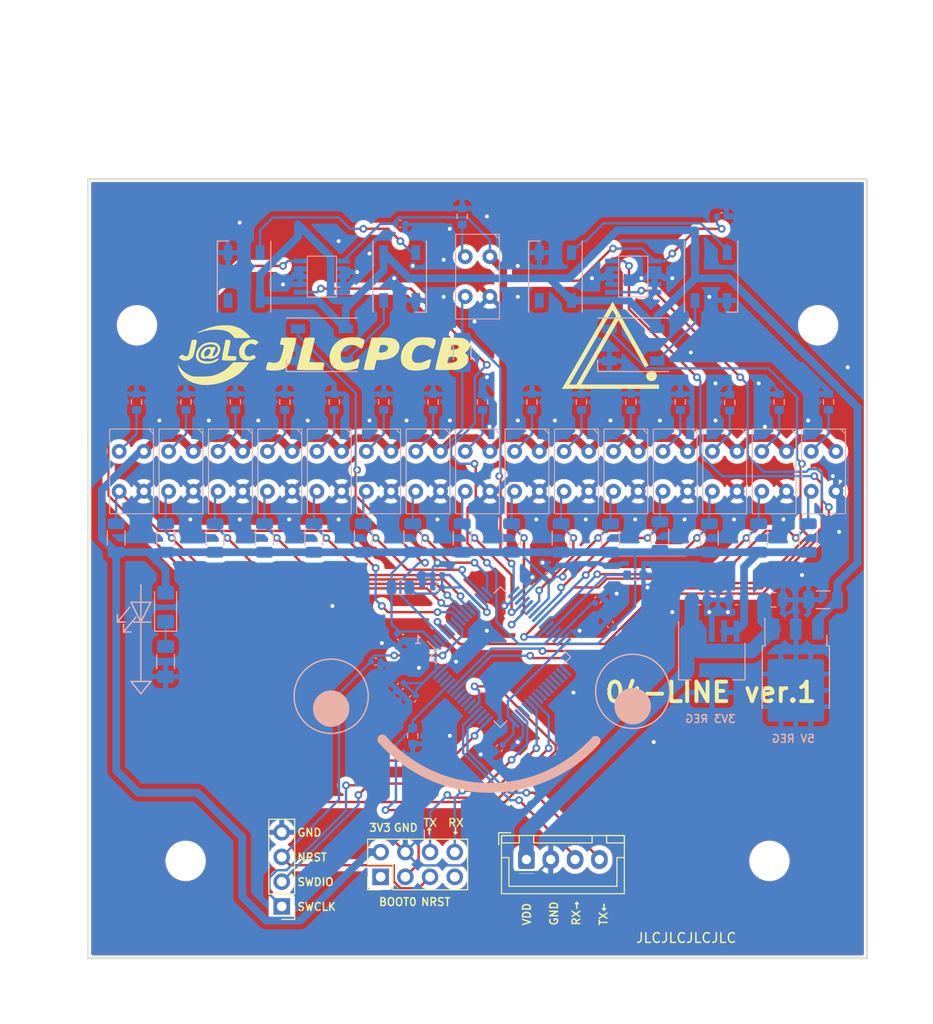
<source format=kicad_pcb>
(kicad_pcb (version 20221018) (generator pcbnew)
  (layers (0 "F.Cu" signal) (31 "B.Cu" signal) (34 "B.Paste" user) (35 "F.Paste" user) (36 "B.SilkS" user "B.Silkscreen") (37 "F.SilkS" user "F.Silkscreen") (38 "B.Mask" user) (39 "F.Mask" user) (44 "Edge.Cuts" user))
  (net 0 "")
  (net 1 "GND")
  (net 2 "+5V")
  (net 3 "Net-(D1-DOUT)")
  (net 4 "photo_L_1")
  (net 5 "photo_L_2")
  (net 6 "photo_L_3")
  (net 7 "photo_L_4")
  (net 8 "photo_L_5")
  (net 9 "photo_L_6")
  (net 10 "photo_L_7")
  (net 11 "Net-(D2-DOUT)")
  (net 12 "photo_R_1")
  (net 13 "photo_R_2")
  (net 14 "photo_R_3")
  (net 15 "photo_R_4")
  (net 16 "photo_R_5")
  (net 17 "photo_R_6")
  (net 18 "photo_R_7")
  (net 20 "SWCLK")
  (net 21 "I2C2_SDA")
  (net 22 "I2C2_SCL")
  (net 23 "+3V3")
  (net 24 "photo_center")
  (net 25 "photo_front")
  (net 26 "I2C1_SDA")
  (net 27 "I2C1_SCL")
  (net 28 "VDD")
  (net 29 "SWDIO")
  (net 30 "Net-(U2-Cathode)")
  (net 31 "Net-(U3-Cathode)")
  (net 32 "Net-(U4-Cathode)")
  (net 33 "Net-(U5-Cathode)")
  (net 34 "Net-(U6-Cathode)")
  (net 35 "Net-(U7-Cathode)")
  (net 36 "Net-(U8-Cathode)")
  (net 37 "Net-(U10-Cathode)")
  (net 38 "I2C3_SCL")
  (net 39 "Net-(U12-Cathode)")
  (net 40 "Net-(U13-Cathode)")
  (net 41 "Net-(U14-Cathode)")
  (net 42 "Net-(U15-Cathode)")
  (net 43 "Net-(U16-Cathode)")
  (net 44 "Net-(U17-Cathode)")
  (net 45 "I2C3_SDA")
  (net 46 "UART3_RX")
  (net 47 "UART1_RX")
  (net 48 "NRST")
  (net 49 "UART1_TX")
  (net 50 "BOOT0")
  (net 51 "UART3_TX")
  (net 52 "LED_L")
  (net 53 "Net-(D5-DOUT)")
  (net 54 "LED_R")
  (net 55 "Net-(D6-DOUT)")
  (net 57 "Net-(U24-VCAP_1)")
  (net 58 "Net-(U24-VDDA)")
  (net 61 "Net-(U9-Cathode)")
  (net 62 "Net-(U18-Cathode)")
  (net 63 "Net-(U24-PB2)")
  (net 83 "Net-(D3-K)")
  (footprint "Connector_PinHeader_2.54mm:PinHeader_2x04_P2.54mm_Vertical" (layer "F.Cu") (at 75.438 151.638 90)
    (fp_text reference "J4" hide)
    (fp_text value "WRITER CONN" hide)
  )
  (footprint "MountingHole:MountingHole_3.5mm" (layer "F.Cu") (at 115.4005 150)
    (fp_text reference "REF**" hide)
    (fp_text value "MountingHole_3.5mm" hide)
  )
  (footprint "MountingHole:MountingHole_3.5mm" (layer "F.Cu") (at 55.4005 150)
    (fp_text reference "REF**" hide)
    (fp_text value "MountingHole_3.5mm" hide)
  )
  (footprint "MountingHole:MountingHole_3.5mm" (layer "F.Cu") (at 120.4005 95)
    (fp_text reference "REF**" hide)
    (fp_text value "MountingHole_3.5mm" hide)
  )
  (footprint "Connector_PinHeader_2.54mm:PinHeader_1x04_P2.54mm_Vertical" (layer "F.Cu") (at 65.278 154.676 180)
    (fp_text reference "J1" hide)
    (fp_text value "ST-LINK" hide)
  )
  (footprint "logo:jlcpcb_logo_big" (layer "F.Cu") (at 69.596 98.044)
    (fp_text reference "G***" hide)
    (fp_text value "LOGO" hide)
  )
  (footprint "MountingHole:MountingHole_3.5mm" (layer "F.Cu") (at 50.4005 95)
    (fp_text reference "REF**" hide)
    (fp_text value "MountingHole_3.5mm" hide)
  )
  (footprint "Connector_JST:JST_XH_B4B-XH-A_1x04_P2.50mm_Vertical" (layer "F.Cu") (at 90.424 149.86)
    (fp_text reference "J3" hide)
    (fp_text value "ToMAIN" hide)
  )
  (footprint "logo:tuton_logo" (layer "F.Cu") (at 99.06 97.028)
    (fp_text reference "G***" hide)
    (fp_text value "LOGO" hide)
  )
  (footprint "Capacitor_SMD:C_0402_1005Metric" (layer "B.Cu") (at 81.28 121.92)
    (fp_text reference "C15" hide)
    (fp_text value "100n" hide)
  )
  (footprint "LED_SMD:LED_WS2812B_PLCC4_5.0x5.0mm_P3.2mm" (layer "B.Cu") (at 77.4005 90 -90)
    (fp_text reference "D6" hide)
    (fp_text value "WS2812B" hide)
  )
  (footprint "Akiduki:LBR127HLD" (layer "B.Cu") (at 80.3205 110 90)
    (fp_text reference "U2" hide)
    (fp_text value "~" hide)
  )
  (footprint "Resistor_SMD:R_0603_1608Metric" (layer "B.Cu") (at 101.6 120.65)
    (fp_text reference "R26" hide)
    (fp_text value "10k" hide)
  )
  (footprint "Akiduki:LBR127HLD" (layer "B.Cu") (at 105.7205 110 90)
    (fp_text reference "U15" hide)
    (fp_text value "~" hide)
  )
  (footprint "Capacitor_SMD:C_0402_1005Metric" (layer "B.Cu") (at 81.28 120.65)
    (fp_text reference "C16" hide)
    (fp_text value "1u" hide)
  )
  (footprint "Akiduki:LBR127HLD" (layer "B.Cu") (at 100.6405 110 90)
    (fp_text reference "U14" hide)
    (fp_text value "~" hide)
  )
  (footprint "Resistor_SMD:R_0603_1608Metric" (layer "B.Cu") (at 83.82 83.82 90)
    (fp_text reference "R9" hide)
    (fp_text value "105" hide)
  )
  (footprint "Akiduki:S11059" (layer "B.Cu") (at 69.4005 90 180)
    (fp_text reference "U25" hide)
    (fp_text value "~" hide)
  )
  (footprint "Akiduki:LBR127HLD" (layer "B.Cu") (at 54.9205 110 90)
    (fp_text reference "U7" hide)
    (fp_text value "~" hide)
  )
  (footprint "LED_SMD:LED_1206_3216Metric_Pad1.42x1.75mm_HandSolder" (layer "B.Cu") (at 53.34 123.952 90)
    (fp_text reference "D3" hide)
    (fp_text value "LED" hide)
  )
  (footprint "Capacitor_SMD:C_1206_3216Metric" (layer "B.Cu") (at 120.905 123.19 180)
    (fp_text reference "C10" hide)
    (fp_text value "100u" hide)
  )
  (footprint "Resistor_SMD:R_1206_3216Metric" (layer "B.Cu") (at 58.42 116.84 90)
    (fp_text reference "R14" hide)
    (fp_text value "1k" hide)
  )
  (footprint "Capacitor_SMD:C_0402_1005Metric" (layer "B.Cu") (at 110.49 83.82)
    (fp_text reference "C6" hide)
    (fp_text value "100n" hide)
  )
  (footprint "Resistor_SMD:R_1206_3216Metric" (layer "B.Cu") (at 99.06 116.84 90)
    (fp_text reference "R30" hide)
    (fp_text value "1k" hide)
  )
  (footprint "Resistor_SMD:R_0603_1608Metric" (layer "B.Cu") (at 121.475 102.87 90)
    (fp_text reference "R25" hide)
    (fp_text value "105" hide)
  )
  (footprint "Akiduki:LBR127HLD" (layer "B.Cu") (at 70.1605 110 90)
    (fp_text reference "U4" hide)
    (fp_text value "~" hide)
  )
  (footprint "Resistor_SMD:R_0603_1608Metric" (layer "B.Cu") (at 65.595 102.87 90)
    (fp_text reference "R4" hide)
    (fp_text value "105" hide)
  )
  (footprint "Resistor_SMD:R_1206_3216Metric" (layer "B.Cu") (at 78.74 116.84 90)
    (fp_text reference "R10" hide)
    (fp_text value "1k" hide)
  )
  (footprint "Resistor_SMD:R_1206_3216Metric" (layer "B.Cu") (at 119.38 116.84 90)
    (fp_text reference "R34" hide)
    (fp_text value "1k" hide)
  )
  (footprint "Resistor_SMD:R_0603_1608Metric" (layer "B.Cu") (at 116.395 102.87 90)
    (fp_text reference "R24" hide)
    (fp_text value "105" hide)
  )
  (footprint "Resistor_SMD:R_1206_3216Metric_Pad1.30x1.75mm_HandSolder" (layer "B.Cu") (at 53.34 129.54 90)
    (fp_text reference "R27" hide)
    (fp_text value "75" hide)
  )
  (footprint "Resistor_SMD:R_1206_3216Metric" (layer "B.Cu") (at 68.58 116.84 90)
    (fp_text reference "R12" hide)
    (fp_text value "1k" hide)
  )
  (footprint "Resistor_SMD:R_0603_1608Metric" (layer "B.Cu") (at 50.355 102.87 90)
    (fp_text reference "R7" hide)
    (fp_text value "105" hide)
  )
  (footprint "Resistor_SMD:R_0603_1608Metric" (layer "B.Cu") (at 101.155 102.87 90)
    (fp_text reference "R21" hide)
    (fp_text value "105" hide)
  )
  (footprint "Resistor_SMD:R_1206_3216Metric" (layer "B.Cu") (at 114.3 116.84 90)
    (fp_text reference "R33" hide)
    (fp_text value "1k" hide)
  )
  (footprint "Resistor_SMD:R_1206_3216Metric" (layer "B.Cu") (at 83.82 116.84 90)
    (fp_text reference "R17" hide)
    (fp_text value "1k" hide)
  )
  (footprint "Resistor_SMD:R_0603_1608Metric" (layer "B.Cu") (at 111.315 102.93 90)
    (fp_text reference "R23" hide)
    (fp_text value "105" hide)
  )
  (footprint "Resistor_SMD:R_1206_3216Metric" (layer "B.Cu") (at 73.66 116.84 90)
    (fp_text reference "R11" hide)
    (fp_text value "1k" hide)
  )
  (footprint "Resistor_SMD:R_1206_3216Metric" (layer "B.Cu") (at 83.82 97.79 90)
    (fp_text reference "R18" hide)
    (fp_text value "1k" hide)
  )
  (footprint "Resistor_SMD:R_1206_3216Metric" (layer "B.Cu") (at 48.26 116.84 90)
    (fp_text reference "R16" hide)
    (fp_text value "1k" hide)
  )
  (footprint "Resistor_SMD:R_1206_3216Metric" (layer "B.Cu") (at 109.22 116.84 90)
    (fp_text reference "R32" hide)
    (fp_text value "1k" hide)
  )
  (footprint "Resistor_SMD:R_0603_1608Metric" (layer "B.Cu") (at 70.675 102.87 90)
    (fp_text reference "R3" hide)
    (fp_text value "105" hide)
  )
  (footprint "Capacitor_SMD:C_0805_2012Metric" (layer "B.Cu") (at 115.825 123.19)
    (fp_text reference "C9" hide)
    (fp_text value "0.33u" hide)
  )
  (footprint "Akiduki:LBR127HLD" (layer "B.Cu") (at 65.0805 110 90)
    (fp_text reference "U5" hide)
    (fp_text value "~" hide)
  )
  (footprint "LED_SMD:LED_WS2812B_PLCC4_5.0x5.0mm_P3.2mm" (layer "B.Cu") (at 69.4005 97 180)
    (fp_text reference "D5" hide)
    (fp_text value "WS2812B" hide)
  )
  (footprint "Resistor_SMD:R_0805_2012Metric" (layer "B.Cu") (at 77.47 121.92)
    (fp_text reference "FB1" hide)
    (fp_text value "FerriteBead" hide)
  )
  (footprint "LED_SMD:LED_WS2812B_PLCC4_5.0x5.0mm_P3.2mm" (layer "B.Cu") (at 61.4005 90 90)
    (fp_text reference "D8" hide)
    (fp_text value "WS2812B" hide)
  )
  (footprint "Package_TO_SOT_SMD:SOT-223-6" (layer "B.Cu") (at 109.475 129.54 -90)
    (fp_text reference "U27" hide)
    (fp_text value "~" hide)
  )
  (footprint "Capacitor_SMD:C_0402_1005Metric" (layer "B.Cu") (at 77.47 132.08 45)
    (fp_text reference "C4" hide)
    (fp_text value "100n" hide)
  )
  (footprint "Capacitor_SMD:C_0402_1005Metric" (layer "B.Cu") (at 77.47 127 135)
    (fp_text reference "C5" hide)
    (fp_text value "100n" hide)
  )
  (footprint "Capacitor_SMD:C_0402_1005Metric" (layer "B.Cu") (at 92.71 120.65 -135)
    (fp_text reference "C12" hide)
    (fp_text value "100n" hide)
  )
  (footprint "Resistor_SMD:R_1206_3216Metric" (layer "B.Cu") (at 104.14 116.6475 90)
    (fp_text reference "R31" hide)
    (fp_text value "1k" hide)
  )
  (footprint "Resistor_SMD:R_1206_3216Metric" (layer "B.Cu") (at 88.9 116.84 90)
    (fp_text reference "R28" hide)
    (fp_text value "1k" hide)
  )
  (footprint "Akiduki:LBR127HLD" (layer "B.Cu") (at 110.8005 110 90)
    (fp_text reference "U16" hide)
    (fp_text value "~" hide)
  )
  (footprint "Resistor_SMD:R_0603_1608Metric" (layer "B.Cu") (at 106.235 102.87 90)
    (fp_text reference "R22" hide)
    (fp_text value "105" hide)
  )
  (footprint "Package_QFP:LQFP-64_10x10mm_P0.5mm" (layer "B.Cu") (at 87.748159 129.068287 -45)
    (fp_text reference "U24" hide)
    (fp_text value "STM32F446RETx" hide)
  )
  (footprint "Capacitor_SMD:C_0603_1608Metric" (layer "B.Cu") (at 112.015 123.19 180)
    (fp_text reference "C8" hide)
    (fp_text value "10u" hide)
  )
  (footprint "Akiduki:LBR127HLD" (layer "B.Cu") (at 115.8805 110 90)
    (fp_text reference "U17" hide)
    (fp_text value "~" hide)
  )
  (footprint "LED_SMD:LED_WS2812B_PLCC4_5.0x5.0mm_P3.2mm" (layer "B.Cu") (at 93.4005 90 90)
    (fp_text reference "D4" hide)
    (fp_text value "WS2812B" hide)
  )
  (footprint "Capacitor_SMD:C_0402_1005Metric" (layer "B.Cu") (at 78.74 133.35 -135)
    (fp_text reference "C14" hide)
    (fp_text value "4.7u" hide)
  )
  (footprint "Akiduki:LBR127HLD" (layer "B.Cu") (at 49.8405 110 90)
    (fp_text reference "U8" hide)
    (fp_text value "~" hide)
  )
  (footprint "Resistor_SMD:R_0603_1608Metric" (layer "B.Cu") (at 85.915 102.87 90)
    (fp_text reference "R8" hide)
    (fp_text value "105" hide)
  )
  (footprint "Capacitor_SMD:C_0402_1005Metric" (layer "B.Cu") (at 97.79 123.19 45)
    (fp_text reference "C2" hide)
    (fp_text value "4.7u" hide)
  )
  (footprint "Resistor_SMD:R_1206_3216Metric" (layer "B.Cu") (at 93.98 116.84 90)
    (fp_text reference "R29" hide)
    (fp_text value "1k" hide)
  )
  (footprint "Resistor_SMD:R_0603_1608Metric" (layer "B.Cu") (at 96.075 102.87 90)
    (fp_text reference "R20" hide)
    (fp_text value "105" hide)
  )
  (footprint "Akiduki:LBR127HLD" (layer "B.Cu") (at 90.4805 110 90)
    (fp_text reference "U12" hide)
    (fp_text value "~" hide)
  )
  (footprint "Capacitor_SMD:C_0402_1005Metric" (layer "B.Cu") (at 77.47 84.582)
    (fp_text reference "C3" hide)
    (fp_text value "100n" hide)
  )
  (footprint "Resistor_SMD:R_0603_1608Metric" (layer "B.Cu") (at 60.515 102.87 90)
    (fp_text reference "R5" hide)
    (fp_text value "105" hide)
  )
  (footprint "Package_TO_SOT_SMD:TO-252-3_TabPin2" (layer "B.Cu") (at 118.11 131.225 -90)
    (fp_text reference "U28" hide)
    (fp_text value "~" hide)
  )
  (footprint "Capacitor_SMD:C_0402_1005Metric" (layer "B.Cu") (at 74.93 129.54 180)
    (fp_text reference "C1" hide)
    (fp_text value "100n" hide)
  )
  (footprint "Resistor_SMD:R_0603_1608Metric" (layer "B.Cu") (at 90.995 102.87 90)
    (fp_text reference "R19" hide)
    (fp_text value "105" hide)
  )
  (footprint "Capacitor_SMD:C_0402_1005Metric" (layer "B.Cu") (at 87.63 138.43 45)
    (fp_text reference "C13" hide)
    (fp_text value "100n" hide)
  )
  (footprint "Resistor_SMD:R_0603_1608Metric" (layer "B.Cu") (at 80.835 102.87 90)
    (fp_text reference "R1" hide)
    (fp_text value "105" hide)
  )
  (footprint "Resistor_SMD:R_1206_3216Metric" (layer "B.Cu") (at 63.5 116.84 90)
    (fp_text reference "R13" hide)
    (fp_text value "1k" hide)
  )
  (footprint "Akiduki:LBR127HLD" (layer "B.Cu") (at 75.2405 110 90)
    (fp_text reference "U3" hide)
    (fp_text value "~" hide)
  )
  (footprint "Akiduki:S11059" (layer "B.Cu") (at 101.4005 90 180)
    (fp_text reference "U26" hide)
    (fp_text value "~" hide)
  )
  (footprint "Akiduki:LBR127HLD" (layer "B.Cu") (at 85.4005 110 90)
    (fp_text reference "U9" hide)
    (fp_text value "~" hide)
  )
  (footprint "Akiduki:LBR127HLD" (layer "B.Cu") (at 120.9605 110 90)
    (fp_text reference "U18" hide)
    (fp_text value "~" hide)
  )
  (footprint "LED_SMD:LED_WS2812B_PLCC4_5.0x5.0mm_P3.2mm" (layer "B.Cu") (at 109.4005 90 -90)
    (fp_text reference "D2" hide)
    (fp_text value "WS2812B" hide)
  )
  (footprint "Akiduki:LBR127HLD" (layer "B.Cu") (at 60.0005 110 90)
    (fp_text reference "U6" hide)
    (fp_text value "~" hide)
  )
  (footprint "Capacitor_SMD:C_0402_1005Metric" (layer "B.Cu") (at 99.06 125.73 -45)
    (fp_text reference "C11" hide)
    (fp_text value "100n" hide)
  )
  (footprint "Akiduki:LBR127HLD" (layer "B.Cu") (at 85.4005 90 90)
    (fp_text reference "U10" hide)
    (fp_text value "~" hide)
  )
  (footprint "Capacitor_SMD:C_0603_1608Metric" (layer "B.Cu") (at 108.205 123.19)
    (fp_text reference "C7" hide)
    (fp_text value "10u" hide)
  )
  (footprint "Resistor_SMD:R_0603_1608Metric" (layer "B.Cu") (at 78.74 137.16 -90)
    (fp_text reference "R37" hide)
    (fp_text value "10k" hide)
  )
  (footprint "Resistor_SMD:R_0603_1608Metric" (layer "B.Cu") (at 55.435 102.87 90)
    (fp_text reference "R6" hide)
    (fp_text value "105" hide)
  )
  (footprint "LED_SMD:LED_WS2812B_PLCC4_5.0x5.0mm_P3.2mm" (layer "B.Cu") (at 101.4005 97 180)
    (fp_text reference "D1" hide)
    (fp_text value "WS2812B" hide)
  )
  (footprint "Resistor_SMD:R_1206_3216Metric" (layer "B.Cu") (at 53.34 116.84 90)
    (fp_text reference "R15" hide)
    (fp_text value "1k" hide)
  )
  (footprint "Akiduki:LBR127HLD" (layer "B.Cu") (at 95.5605 110 90)
    (fp_text reference "U13" hide)
    (fp_text value "~" hide)
  )
  (footprint "Resistor_SMD:R_0603_1608Metric" (layer "B.Cu") (at 75.755 102.87 90)
    (fp_text reference "R2" hide)
    (fp_text value "105" hide)
  )
  (gr_line (start 50.8 131.572) (end 49.784 131.572) (stroke (width 0.15)) (layer "B.SilkS"))
  (gr_circle (center 70.358 133.096) (end 72.644 136.144) (stroke (width 0.15)) (fill none) (layer "B.SilkS"))
  (gr_line (start 48.387 124.714) (end 48.387 125.476) (stroke (width 0.15)) (layer "B.SilkS"))
  (gr_line (start 50.8 125.476) (end 49.784 123.444) (stroke (width 0.15)) (layer "B.SilkS"))
  (gr_line (start 51.816 123.444) (end 50.8 125.476) (stroke (width 0.15)) (layer "B.SilkS"))
  (gr_line (start 49.784 123.444) (end 51.816 123.444) (stroke (width 0.15)) (layer "B.SilkS"))
  (gr_line (start 49.784 131.572) (end 50.8 132.842) (stroke (width 0.15)) (layer "B.SilkS"))
  (gr_line (start 49.657 123.952) (end 48.387 125.476) (stroke (width 0.15)) (layer "B.SilkS"))
  (gr_line (start 49.149 125.476) (end 48.387 125.476) (stroke (width 0.15)) (layer "B.SilkS"))
  (gr_arc (start 97.536 137.668) (mid 86.543609 142.503771) (end 75.613144 137.52961) (stroke (width 1)) (layer "B.SilkS"))
  (gr_line (start 51.816 131.572) (end 50.8 131.572) (stroke (width 0.15)) (layer "B.SilkS"))
  (gr_line (start 49.784 126.492) (end 49.022 126.492) (stroke (width 0.15)) (layer "B.SilkS"))
  (gr_line (start 49.022 125.73) (end 49.022 126.492) (stroke (width 0.15)) (layer "B.SilkS"))
  (gr_circle (center 70.358 134.366) (end 72.154051 134.366) (stroke (width 0.15)) (fill solid) (layer "B.SilkS"))
  (gr_line (start 50.8 121.666) (end 50.8 131.572) (stroke (width 0.15)) (layer "B.SilkS"))
  (gr_circle (center 101.346 132.588) (end 103.632 135.636) (stroke (width 0.15)) (fill none) (layer "B.SilkS"))
  (gr_line (start 50.8 132.842) (end 51.816 131.572) (stroke (width 0.15)) (layer "B.SilkS"))
  (gr_line (start 51.816 125.476) (end 50.038 125.476) (stroke (width 0.15)) (layer "B.SilkS"))
  (gr_line (start 50.292 124.968) (end 49.022 126.492) (stroke (width 0.15)) (layer "B.SilkS"))
  (gr_circle (center 101.346 134.112) (end 103.142051 134.112) (stroke (width 0.15)) (fill solid) (layer "B.SilkS"))
  (gr_rect (start 45.4005 80) (end 125.4005 160) (stroke (width 0.2)) (fill none) (layer "Edge.Cuts"))
  (gr_text "5V REG" (at 120.142 137.922) (layer "B.SilkS") (effects (font (size 0.8 0.8)) (justify left bottom mirror)))
  (gr_text "1" (at 79.756 127.762) (layer "B.SilkS") (effects (font (size 0.8 0.8) (thickness 0.15) bold) (justify left bottom mirror)))
  (gr_text "3V3 REG" (at 112.014 135.89) (layer "B.SilkS") (effects (font (size 0.8 0.8)) (justify left bottom mirror)))
  (gr_text "NRST\n" (at 66.802 150.104) (layer "F.SilkS") (effects (font (size 0.8 0.8)) (justify left bottom)))
  (gr_text "VDD" (at 90.932 156.718 90) (layer "F.SilkS") (effects (font (size 0.8 0.8)) (justify left bottom)))
  (gr_text "RX→" (at 96.012 156.718 90) (layer "F.SilkS") (effects (font (size 0.8 0.8)) (justify left bottom)))
  (gr_text "RX\n" (at 82.296 146.558) (layer "F.SilkS") (effects (font (size 0.8 0.8)) (justify left bottom)))
  (gr_text "04-LINE ver.1" (at 98.298 133.858) (layer "F.SilkS") (effects (font (size 2 2) (thickness 0.4) bold) (justify left bottom)))
  (gr_text "JLCJLCJLCJLC" (at 101.6 158.496) (layer "F.SilkS") (effects (font (size 1 1)) (justify left bottom)))
  (gr_text "GND" (at 66.802 147.564) (layer "F.SilkS") (effects (font (size 0.8 0.8)) (justify left bottom)))
  (gr_text "3V3\n" (at 74.168 147.066) (layer "F.SilkS") (effects (font (size 0.8 0.8)) (justify left bottom)))
  (gr_text "TX←" (at 98.806 156.718 90) (layer "F.SilkS") (effects (font (size 0.8 0.8)) (justify left bottom)))
  (gr_text "SWCLK" (at 66.802 155.184) (layer "F.SilkS") (effects (font (size 0.8 0.8)) (justify left bottom)))
  (gr_text "GND" (at 93.726 156.718 90) (layer "F.SilkS") (effects (font (size 0.8 0.8)) (justify left bottom)))
  (gr_text "↓" (at 81.026 146.558 180) (layer "F.SilkS") (effects (font (size 0.8 0.8)) (justify left bottom)))
  (gr_text "↓" (at 82.55 147.32) (layer "F.SilkS") (effects (font (size 0.8 0.8)) (justify left bottom)))
  (gr_text "SWDIO" (at 66.802 152.644) (layer "F.SilkS") (effects (font (size 0.8 0.8)) (justify left bottom)))
  (gr_text "GND" (at 76.708 147.066) (layer "F.SilkS") (effects (font (size 0.8 0.8)) (justify left bottom)))
  (gr_text "TX" (at 79.756 146.558) (layer "F.SilkS") (effects (font (size 0.8 0.8)) (justify left bottom)))
  (gr_text "NRST\n" (at 79.502 154.686) (layer "F.SilkS") (effects (font (size 0.8 0.8)) (justify left bottom)))
  (gr_text "BOOT0\n" (at 75.184 154.686) (layer "F.SilkS") (effects (font (size 0.8 0.8)) (justify left bottom)))
  (segment (start 92.075 119.38) (end 92.075 119.82776) (width 0.25) (layer "F.Cu") (net 1))
  (segment (start 88.148344 124.576656) (end 86.36 126.365) (width 0.25) (layer "F.Cu") (net 1))
  (segment (start 77.978 149.098) (end 76.708 147.828) (width 0.25) (layer "F.Cu") (net 1))
  (segment (start 102.235 122.555) (end 102.87 121.92) (width 0.6) (layer "F.Cu") (net 1))
  (segment (start 88.148344 123.801199) (end 88.148344 124.576656) (width 0.25) (layer "F.Cu") (net 1))
  (segment (start 99.695 122.555) (end 102.235 122.555) (width 0.6) (layer "F.Cu") (net 1))
  (segment (start 76.708 147.828) (end 76.708 147.32) (width 0.25) (layer "F.Cu") (net 1))
  (segment (start 92.075 119.82776) (end 91.036229 120.866531) (width 0.25) (layer "F.Cu") (net 1))
  (via (at 109.855 104.775) (size 0.8) (drill 0.4) (layers "F.Cu" "B.Cu") (net 1))
  (via (at 89.535 104.775) (size 0.8) (drill 0.4) (layers "F.Cu" "B.Cu") (net 1))
  (via (at 89.535 92.075) (size 0.8) (drill 0.4) (layers "F.Cu" "B.Cu") (net 1))
  (via (at 86.36 126.365) (size 0.8) (drill 0.4) (layers "F.Cu" "B.Cu") (net 1))
  (via (at 75.565 127.635) (size 0.8) (drill 0.4) (layers "F.Cu" "B.Cu") (net 1))
  (via (at 66.04 114.935) (size 0.8) (drill 0.4) (layers "F.Cu" "B.Cu") (net 1))
  (via (at 86.6395 105.41) (size 0.8) (drill 0.4) (layers "F.Cu" "B.Cu") (net 1))
  (via (at 81.915 88.265) (size 0.8) (drill 0.4) (layers "F.Cu" "B.Cu") (net 1))
  (via (at 104.14 104.775) (size 0.8) (drill 0.4) (layers "F.Cu" "B.Cu") (net 1))
  (via (at 118.745 120.65) (size 0.8) (drill 0.4) (layers "F.Cu" "B.Cu") (net 1))
  (via (at 96.52 114.935) (size 0.8) (drill 0.4) (layers "F.Cu" "B.Cu") (net 1))
  (via (at 71.12 114.935) (size 0.8) (drill 0.4) (layers "F.Cu" "B.Cu") (net 1))
  (via (at 78.74 88.9) (size 0.8) (drill 0.4) (layers "F.Cu" "B.Cu") (net 1))
  (via (at 60.96 84.455) (size 0.8) (drill 0.4) (layers "F.Cu" "B.Cu") (net 1))
  (via (at 52.705 104.775) (size 0.8) (drill 0.4) (layers "F.Cu" "B.Cu") (net 1))
  (via (at 106.68 114.935) (size 0.8) (drill 0.4) (layers "F.Cu" "B.Cu") (net 1))
  (via (at 89.535 137.795) (size 0.8) (drill 0.4) (layers "F.Cu" "B.Cu") (net 1))
  (via (at 111.125 124.46) (size 0.8) (drill 0.4) (layers "F.Cu" "B.Cu") (net 1))
  (via (at 81.915 92.075) (size 0.8) (drill 0.4) (layers "F.Cu" "B.Cu") (net 1))
  (via (at 99.695 122.555) (size 0.8) (drill 0.4) (layers "F.Cu" "B.Cu") (net 1))
  (via (at 103.505 137.795) (size 0.8) (drill 0.4) (layers "F.Cu" "B.Cu") (net 1))
  (via (at 97.155 90.17) (size 0.8) (drill 0.4) (layers "F.Cu" "B.Cu") (net 1))
  (via (at 85.09 94.615) (size 0.8) (drill 0.4) (layers "F.Cu" "B.Cu") (net 1))
  (via (at 92.075 119.38) (size 0.8) (drill 0.4) (layers "F.Cu" "B.Cu") (net 1))
  (via (at 67.945 104.775) (size 0.8) (drill 0.4) (layers "F.Cu" "B.Cu") (net 1))
  (via (at 89.535 88.9) (size 0.8) (drill 0.4) (layers "F.Cu" "B.Cu") (net 1))
  (via (at 70.485 123.825) (size 0.8) (drill 0.4) (layers "F.Cu" "B.Cu") (net 1))
  (via (at 78.105 104.775) (size 0.8) (drill 0.4) (layers "F.Cu" "B.Cu") (net 1))
  (via (at 109.855 100.965) (size 0.8) (drill 0.4) (layers "F.Cu" "B.Cu") (net 1))
  (via (at 83.185 129.54) (size 0.8) (drill 0.4) (layers "F.Cu" "B.Cu") (net 1))
  (via (at 82.55 137.16) (size 0.8) (drill 0.4) (layers "F.Cu" "B.Cu") (net 1))
  (via (at 86.36 100.33) (size 0.8) (drill 0.4) (layers "F.Cu" "B.Cu") (net 1))
  (via (at 57.785 104.775) (size 0.8) (drill 0.4) (layers "F.Cu" "B.Cu") (net 1))
  (via (at 79.375 130.175) (size 0.8) (drill 0.4) (layers "F.Cu" "B.Cu") (net 1))
  (via (at 119.38 104.775) (size 0.8) (drill 0.4) (layers "F.Cu" "B.Cu") (net 1))
  (via (at 105.41 124.46) (size 0.8) (drill 0.4) (layers "F.Cu" "B.Cu") (net 1))
  (via (at 99.06 104.775) (size 0.8) (drill 0.4) (layers "F.Cu" "B.Cu") (net 1))
  (via (at 111.76 114.935) (size 0.8) (drill 0.4) (layers "F.Cu" "B.Cu") (net 1))
  (via (at 122.555 116.205) (size 0.8) (drill 0.4) (layers "F.Cu" "B.Cu") (net 1))
  (via (at 81.28 114.935) (size 0.8) (drill 0.4) (layers "F.Cu" "B.Cu") (net 1))
  (via (at 105.41 90.17) (size 0.8) (drill 0.4) (layers "F.Cu" "B.Cu") (net 1))
  (via (at 73.025 89.535) (size 0.8) (drill 0.4) (layers "F.Cu" "B.Cu") (net 1))
  (via (at 109.22 92.075) (size 0.8) (drill 0.4) (layers "F.Cu" "B.Cu") (net 1))
  (via (at 82.55 85.09) (size 0.8) (drill 0.4) (layers "F.Cu" "B.Cu") (net 1))
  (via (at 91.44 114.935) (size 0.8) (drill 0.4) (layers "F.Cu" "B.Cu") (net 1))
  (via (at 102.87 121.92) (size 0.8) (drill 0.4) (layers "F.Cu" "B.Cu") (net 1))
  (via (at 91.036229 120.866531) (size 0.8) (drill 0.4) (layers "F.Cu" "B.Cu") (net 1))
  (via (at 62.865 104.775) (size 0.8) (drill 0.4) (layers "F.Cu" "B.Cu") (net 1))
  (via (at 74.295 87.63) (size 0.8) (drill 0.4) (layers "F.Cu" "B.Cu") (net 1))
  (via (at 85.725 139.065) (size 0.8) (drill 0.4) (layers "F.Cu" "B.Cu") (net 1))
  (via (at 86.36 83.82) (size 0.8) (drill 0.4) (layers "F.Cu" "B.Cu") (net 1))
  (via (at 60.96 114.935) (size 0.8) (drill 0.4) (layers "F.Cu" "B.Cu") (net 1))
  (via (at 107.315 97.79) (size 0.8) (drill 0.4) (layers "F.Cu" "B.Cu") (net 1))
  (via (at 82.55 104.775) (size 0.8) (drill 0.4) (layers "F.Cu" "B.Cu") (net 1))
  (via (at 121.92 110.49) (size 0.8) (drill 0.4) (layers "F.Cu" "B.Cu") (net 1))
  (via (at 71.12 86.36) (size 0.8) (drill 0.4) (layers "F.Cu" "B.Cu") (net 1))
  (via (at 88.148344 123.801199) (size 0.8) (drill 0.4) (layers "F.Cu" "B.Cu") (net 1))
  (via (at 102.235 90.17) (size 0.8) (drill 0.4) (layers "F.Cu" "B.Cu") (net 1))
  (via (at 123.444 99.314) (size 0.8) (drill 0.4) (layers "F.Cu" "B.Cu") (net 1))
  (via (at 74.295 104.775) (size 0.8) (drill 0.4) (layers "F.Cu" "B.Cu") (net 1))
  (via (at 116.84 114.935) (size 0.8) (drill 0.4) (layers "F.Cu" "B.Cu") (net 1))
  (via (at 81.28 119.38) (size 0.8) (drill 0.4) (layers "F.Cu" "B.Cu") (net 1))
  (via (at 114.3 100.965) (size 0.8) (drill 0.4) (layers "F.Cu" "B.Cu") (net 1))
  (via (at 76.835 90.17) (size 0.8) (drill 0.4) (layers "F.Cu" "B.Cu") (net 1))
  (via (at 95.885 126.365) (size 0.8) (drill 0.4) (layers "F.Cu" "B.Cu") (net 1))
  (via (at 65.405 90.805) (size 0.8) (drill 0.4) (layers "F.Cu" "B.Cu") (net 1))
  (via (at 93.345 104.775) (size 0.8) (drill 0.4) (layers "F.Cu" "B.Cu") (net 1))
  (via (at 55.88 114.935) (size 0.8) (drill 0.4) (layers "F.Cu" "B.Cu") (net 1))
  (via (at 109.22 124.46) (size 0.8) (drill 0.4) (layers "F.Cu" "B.Cu") (net 1))
  (via (at 101.6 114.935) (size 0.8) (drill 0.4) (layers "F.Cu" "B.Cu") (net 1))
  (via (at 114.935 105.41) (size 0.8) (drill 0.4) (layers "F.Cu" "B.Cu") (net 1))
  (via (at 95.25 132.715) (size 0.8) (drill 0.4) (layers "F.Cu" "B.Cu") (net 1))
  (segment (start 77.207793 129.805) (end 75.675 129.805) (width 0.6) (layer "B.Cu") (net 1))
  (segment (start 122.2305 112.05) (end 122.555 112.3745) (width 0.6) (layer "B.Cu") (net 1))
  (segment (start 122.2305 112.05) (end 122.2305 110.8005) (width 0.6) (layer "B.Cu") (net 1))
  (segment (start 77.735 128.532207) (end 77.735 129.277793) (width 0.6) (layer "B.Cu") (net 1))
  (segment (start 80.8 120.65) (end 80.8 119.86) (width 0.25) (layer "B.Cu") (net 1))
  (segment (start 75.41 131.925) (end 75.41 129.54) (width 0.6) (layer "B.Cu") (net 1))
  (segment (start 120.205 102.045) (end 120.015 102.235) (width 0.6) (layer "B.Cu") (net 1))
  (segment (start 94.059087 127.353553) (end 95.04764 126.365) (width 0.25) (layer "B.Cu") (net 1))
  (segment (start 97.96 90) (end 97.79 90.17) (width 0.6) (layer "B.Cu") (net 1))
  (segment (start 122.2305 110.8005) (end 121.92 110.49) (width 0.6) (layer "B.Cu") (net 1))
  (segment (start 71.4305 112.05) (end 72.6925 110.788) (width 0.6) (layer "B.Cu") (net 1))
  (segment (start 79.375 127.635) (end 79.375 128.27) (width 0.6) (layer "B.Cu") (net 1))
  (segment (start 99.2005 89.2) (end 99.2005 90.8) (width 0.25) (layer "B.Cu") (net 1))
  (segment (start 91.624 151.16) (end 92.924 149.86) (width 0.25) (layer "B.Cu") (net 1))
  (segment (start 109.475 126.4025) (end 109.475 124.7025) (width 0.6) (layer "B.Cu") (net 1))
  (segment (start 77.735 129.277793) (end 77.207793 129.805) (width 0.6) (layer "B.Cu") (net 1))
  (segment (start 86.99 103.12) (end 86.99 105.0595) (width 0.8) (layer "B.Cu") (net 1))
  (segment (start 105.41 90.17) (end 104.5705 90.17) (width 0.6) (layer "B.Cu") (net 1))
  (segment (start 99.2005 89.2) (end 98.81525 89.58525) (width 0.25) (layer "B.Cu") (net 1))
  (segment (start 90.4885 110.788) (end 91.7505 112.05) (width 0.6) (layer "B.Cu") (net 1))
  (segment (start 88.419053 123.801199) (end 88.148344 123.801199) (width 0.25) (layer "B.Cu") (net 1))
  (segment (start 89.184 151.16) (end 91.624 151.16) (width 0.25) (layer "B.Cu") (net 1))
  (segment (start 85.915 102.045) (end 85.915 100.775) (width 0.8) (layer "B.Cu") (net 1))
  (segment (start 85.915 100.775) (end 86.36 100.33) (width 0.8) (layer "B.Cu") (net 1))
  (segment (start 71.6005 89.2) (end 71.6005 91.44) (width 0.6) (layer "B.Cu") (net 1))
  (segment (start 109.475 124.7025) (end 109.7175 124.46) (width 0.6) (layer "B.Cu") (net 1))
  (segment (start 65.5955 90.805) (end 65.81775 90.58275) (width 0.6) (layer "B.Cu") (net 1))
  (segment (start 67.2005 89.2) (end 67.2005 90.8) (width 0.6) (layer "B.Cu") (net 1))
  (segment (start 78.400589 133.689411) (end 77.130589 132.419411) (width 0.6) (layer "B.Cu") (net 1))
  (segment (start 98.129411 122.850589) (end 99.06 121.92) (width 0.6) (layer "B.Cu") (net 1))
  (segment (start 77.978 149.098) (end 78.994 148.082) (width 0.25) (layer "B.Cu") (net 1))
  (segment (start 79.343 150.463) (end 88.487 150.463) (width 0.25) (layer "B.Cu") (net 1))
  (segment (start 77.95 84.582) (end 82.042 84.582) (width 0.25) (layer "B.Cu") (net 1))
  (segment (start 98.720589 123.441767) (end 98.720589 125.390589) (width 0.6) (layer "B.Cu") (net 1))
  (segment (start 77.978 149.098) (end 79.343 150.463) (width 0.25) (layer "B.Cu") (net 1))
  (segment (start 89.462893 135.379215) (end 90.058817 135.975139) (width 0.25) (layer "B.Cu") (net 1))
  (segment (start 109.7175 124.46) (end 111.125 124.46) (width 0.6) (layer "B.Cu") (net 1))
  (segment (start 88.604793 110.788) (end 90.4885 110.788) (width 0.6) (layer "B.Cu") (net 1))
  (segment (start 79.079411 127.339411) (end 79.375 127.635) (width 0.6) (layer "B.Cu") (net 1))
  (segment (start 90.058817 137.271183) (end 89.535 137.795) (width 0.25) (layer "B.Cu") (net 1))
  (segment (start 97.79 90.17) (end 98.2305 90.17) (width 0.6) (layer "B.Cu") (net 1))
  (segment (start 86.020589 138.769411) (end 85.725 139.065) (width 0.6) (layer "B.Cu") (net 1))
  (segment (start 82.680252 129.54) (end 83.185 129.54) (width 0.25) (layer "B.Cu") (net 1))
  (segment (start 85.725 126.365) (end 85.725 127) (width 0.25) (layer "B.Cu") (net 1))
  (segment (start 102.6305 90.17) (end 103.6005 89.2) (width 0.6) (layer "B.Cu") (net 1))
  (segment (start 116.395 102.045) (end 116.395 101.79) (width 0.25) (layer "B.Cu") (net 1))
  (segment (start 92.118822 119.38) (end 93.049411 120.310589) (width 0.25) (layer "B.Cu") (net 1))
  (segment (start 98.81525 90.41475) (end 99.2005 90.8) (width 0.25) (layer "B.Cu") (net 1))
  (segment (start 86.99 105.0595) (end 86.6395 105.41) (width 0.8) (layer "B.Cu") (net 1))
  (segment (start 92.075 119.38) (end 92.118822 119.38) (width 0.25) (layer "B.Cu") (net 1))
  (segment (start 121.475 102.045) (end 120.205 102.045) (width 0.6) (layer "B.Cu") (net 1))
  (segment (start 118.745 100.965) (end 120.015 102.235) (width 0.6) (layer "B.Cu") (net 1))
  (segment (start 99.2005 90) (end 97.96 90) (width 0.6) (layer "B.Cu") (net 1))
  (segment (start 73.025 89.535) (end 72.0655 89.535) (width 0.6) (layer "B.Cu") (net 1))
  (segment (start 113.03 85.09) (end 111.76 83.82) (width 0.6) (layer "B.Cu") (net 1))
  (segment (start 78.994 148.082) (end 78.994 146.558) (width 0.25) (layer "B.Cu") (net 1))
  (segment (start 111.76 83.82) (end 110.97 83.82) (width 0.6) (layer "B.Cu") (net 1))
  (segment (start 98.5705 90.17) (end 98.81525 90.41475) (width 0.25) (layer "B.Cu") (net 1))
  (segment (start 81.437231 130.783021) (end 82.680252 129.54) (width 0.25) (layer "B.Cu") (net 1))
  (segment (start 65.81775 90.58275) (end 67.2005 89.2) (width 0.6) (layer "B.Cu") (net 1))
  (segment (start 98.81525 89.58525) (end 98.81525 90.41475) (width 0.25) (layer "B.Cu") (net 1))
  (segment (start 72.6925 110.788) (end 75.2485 110.788) (width 0.6) (layer "B.Cu") (net 1))
  (segment (start 85.915 102.045) (end 86.99 103.12) (width 0.8) (layer "B.Cu") (net 1))
  (segment (start 65.405 90.805) (end 65.5955 90.805) (width 0.6) (layer "B.Cu") (net 1))
  (segment (start 82.042 84.582) (end 82.55 85.09) (width 0.25) (layer "B.Cu") (net 1))
  (segment (start 67.2005 90.8) (end 66.035 90.8) (width 0.6) (layer "B.Cu") (net 1))
  (segment (start 98.2305 90.17) (end 99.2005 89.2) (width 0.6) (layer "B.Cu") (net 1))
  (segment (start 75.2485 110.788) (end 76.5105 112.05) (width 0.6) (layer "B.Cu") (net 1))
  (segment (start 87.342793 112.05) (end 88.604793 110.788) (width 0.6) (layer "B.Cu") (net 1))
  (segment (start 73.025 90.0155) (end 71.6005 91.44) (width 0.6) (layer "B.Cu") (net 1))
  (segment (start 85.568688 124.413942) (end 85.568688 126.208688) (width 0.25) (layer "B.Cu") (net 1))
  (segment (start 85.725 127) (end 83.185 129.54) (width 0.25) (layer "B.Cu") (net 1))
  (segment (start 121.475 101.79) (end 118.745 99.06) (width 0.6) (layer "B.Cu") (net 1))
  (segment (start 102.235 90.17) (end 102.6305 90.17) (width 0.6) (layer "B.Cu") (net 1))
  (segment (start 71.6005 91.44) (end 71.6005 91.55) (width 0.6) (layer "B.Cu") (net 1))
  (segment (start 77.809411 127.339411) (end 79.079411 127.339411) (width 0.6) (layer "B.Cu") (net 1))
  (segment (start 78.105 134.62) (end 75.41 131.925) (width 0.6) (layer "B.Cu") (net 1))
  (segment (start 115.57 100.965) (end 114.3 100.965) (width 0.25) (layer "B.Cu") (net 1))
  (segment (start 88.487 150.463) (end 89.184 151.16) (width 0.25) (layer "B.Cu") (net 1))
  (segment (start 116.395 101.79) (end 115.57 100.965) (width 0.25) (layer "B.Cu") (net 1))
  (segment (start 77.143822 128.005) (end 77.207793 128.005) (width 0.6) (layer "B.Cu") (net 1))
  (segment (start 103.6005 89.2) (end 103.6005 90.8) (width 0.25) (layer "B.Cu") (net 1))
  (segment (start 89.462893 122.757359) (end 91.036229 121.184023) (width 0.25) (layer "B.Cu") (net 1))
  (segment (start 97.155 90.17) (end 98.5705 90.17) (width 0.25) (layer "B.Cu") (net 1))
  (segment (start 80.8 120.65) (end 80.8 121.92) (width 0.25) (layer "B.Cu") (net 1))
  (segment (start 87.290589 138.769411) (end 86.020589 138.769411) (width 0.6) (layer "B.Cu") (net 1))
  (segment (start 66.035 90.8) (end 65.81775 90.58275) (width 0.6) (layer "B.Cu") (net 1))
  (segment (start 95.04764 126.365) (end 95.885 126.365) (width 0.25) (layer "B.Cu") (net 1))
  (segment (start 77.207793 128.005) (end 77.735 128.532207) (width 0.6) (layer "B.Cu") (net 1))
  (segment (start 103.72025 89.31975) (end 103.6005 89.2) (width 0.6) (layer "B.Cu") (net 1))
  (segment (start 91.036229 121.184023) (end 91.036229 120.866531) (width 0.25) (layer "B.Cu") (net 1))
  (segment (start 97.155 90.17) (end 97.79 90.17) (width 0.6) (layer "B.Cu") (net 1))
  (segment (start 90.058817 135.975139) (end 90.058817 137.271183) (width 0.25) (layer "B.Cu") (net 1))
  (segment (start 72.0655 89.535) (end 71.6005 90) (width 0.6) (layer "B.Cu") (net 1))
  (segment (start 89.462893 122.757359) (end 88.419053 123.801199) (width 0.25) (layer "B.Cu") (net 1))
  (segment (start 66.04 123.19) (end 66.04 121.285) (width 1.2) (layer "B.Cu") (net 1))
  (segment (start 71.6005 91.6) (end 74.295 88.9055) (width 0.25) (layer "B.Cu") (net 1))
  (segment (start 75.675 129.805) (end 75.41 129.54) (width 0.6) (layer "B.Cu") (net 1))
  (segment (start 80.8 119.86) (end 81.28 119.38) (width 0.25) (layer "B.Cu") (net 1))
  (segment (start 122.555 112.3745) (end 122.555 116.205) (width 0.6) (layer "B.Cu") (net 1))
  (segment (start 77.809411 127.339411) (end 77.143822 128.005) (width 0.6) (layer "B.Cu") (net 1))
  (segment (start 84.972765 123.818019) (end 85.568688 124.413942) (width 0.25) (layer "B.Cu") (net 1))
  (segment (start 103.6005 89.4395) (end 103.72025 89.31975) (width 0.6) (layer "B.Cu") (net 1))
  (segment (start 85.568688 126.208688) (end 85.725 126.365) (width 0.25) (layer "B.Cu") (net 1))
  (segment (start 98.129411 122.850589) (end 98.720589 123.441767) (width 0.6) (layer "B.Cu") (net 1))
  (segment (start 103.6005 91.6) (end 103.6005 89.4395) (width 0.6) (layer "B.Cu") (net 1))
  (segment (start 78.400589 133.689411) (end 78.400589 134.324411) (width 0.6) (layer "B.Cu") (net 1))
  (segment (start 74.295 88.9055) (end 74.295 87.63) (width 0.25) (layer "B.Cu") (net 1))
  (segment (start 118.745 99.06) (end 118.745 100.965) (width 0.6) (layer "B.Cu") (net 1))
  (segment (start 104.5705 90.17) (end 103.72025 89.31975) (width 0.6) (layer "B.Cu") (net 1))
  (segment (start 78.400589 134.324411) (end 78.105 134.62) (width 0.6) (layer "B.Cu") (net 1))
  (segment (start 73.025 89.535) (end 73.025 90.0155) (width 0.6) (layer "B.Cu") (net 1))
  (segment (start 86.6705 112.05) (end 87.342793 112.05) (width 0.6) (layer "B.Cu") (net 1))
  (segment (start 111.211912 90.17) (end 107.7505 90.17) (width 0.8) (layer "B.Cu") (net 2))
  (segment (start 94.8305 90.17) (end 99.7505 85.25) (width 0.8) (layer "B.Cu") (net 2))
  (segment (start 66.9505 84.65) (end 66.9505 85.9) (width 0.8) (layer "B.Cu") (net 2))
  (segment (start 73.025 92.075) (end 75.7505 89.3495) (width 0.8) (layer "B.Cu") (net 2))
  (segment (start 122.38 123.19) (end 122.38 121.46) (width 0.8) (layer "B.Cu") (net 2))
  (segment (start 107.7505 87.55) (end 107.7505 85.25) (width 0.8) (layer "B.Cu") (net 2))
  (segment (start 122.38 121.46) (end 124.46 119.38) (width 0.8) (layer "B.Cu") (net 2))
  (segment (start 63.0505 92.45) (end 68.9505 92.45) (width 0.8) (layer "B.Cu") (net 2))
  (segment (start 120.39 125.18) (end 122.38 123.19) (width 0.8) (layer "B.Cu") (net 2))
  (segment (start 124.46 103.418088) (end 111.211912 90.17) (width 0.8) (layer "B.Cu") (net 2))
  (segment (start 107.7505 90.17) (end 107.7505 87.55) (width 0.8) (layer "B.Cu") (net 2))
  (segment (start 70.3005 88) (end 70.3005 92.02877) (width 0.8) (layer "B.Cu") (net 2))
  (segment (start 99.7505 85.25) (end 107.7505 85.25) (width 0.8) (layer "B.Cu") (net 2))
  (segment (start 95.0505 92.45) (end 100.9505 92.45) (width 0.8) (layer "B.Cu") (net 2))
  (segment (start 68.9505 92.45) (end 71.8505 95.35) (width 0.8) (layer "B.Cu") (net 2))
  (segment (start 107.7505 90.2) (end 107.7505 90.17) (width 0.8) (layer "B.Cu") (net 2))
  (segment (start 66.9505 84.65) (end 70.3005 88) (width 0.8) (layer "B.Cu") (net 2))
  (segment (start 75.7505 87.55) (end 78.3705 90.17) (width 0.8) (layer "B.Cu") (net 2))
  (segment (start 72.65 92.45) (end 73.025 92.075) (width 0.8) (layer "B.Cu") (net 2))
  (segment (start 71.8505 95.35) (end 71.8505 93.2495) (width 0.8) (layer "B.Cu") (net 2))
  (segment (start 66.9505 85.9) (end 63.0505 89.8) (width 0.8) (layer "B.Cu") (net 2))
  (segment (start 78.3705 90.17) (end 92.7705 90.17) (width 0.8) (layer "B.Cu") (net 2))
  (segment (start 92.7705 90.17) (end 95.0505 92.45) (width 0.8) (layer "B.Cu") (net 2))
  (segment (start 120.39 126.185) (end 120.39 125.18) (width 0.8) (layer "B.Cu") (net 2))
  (segment (start 124.46 119.38) (end 124.46 103.418088) (width 0.8) (layer "B.Cu") (net 2))
  (segment (start 70.3005 92.02877) (end 70.72173 92.45) (width 0.8) (layer "B.Cu") (net 2))
  (segment (start 75.7505 89.3495) (end 75.7505 87.55) (width 0.8) (layer "B.Cu") (net 2))
  (segment (start 94.8305 90.17) (end 92.7705 90.17) (width 0.8) (layer "B.Cu") (net 2))
  (segment (start 100.9505 92.45) (end 103.8505 95.35) (width 0.8) (layer "B.Cu") (net 2))
  (segment (start 71.8505 93.2495) (end 73.025 92.075) (width 0.8) (layer "B.Cu") (net 2))
  (segment (start 70.72173 92.45) (end 72.65 92.45) (width 0.8) (layer "B.Cu") (net 2))
  (segment (start 103.8505 94.1) (end 107.7505 90.2) (width 0.8) (layer "B.Cu") (net 2))
  (segment (start 103.8505 95.35) (end 103.8505 94.1) (width 0.8) (layer "B.Cu") (net 2))
  (segment (start 63.0505 89.8) (end 63.0505 92.45) (width 0.8) (layer "B.Cu") (net 2))
  (segment (start 103.8505 98.65) (end 107.7505 94.75) (width 0.25) (layer "B.Cu") (net 3))
  (segment (start 107.7505 94.75) (end 107.7505 92.45) (width 0.25) (layer "B.Cu") (net 3))
  (segment (start 80.01 116.84) (end 82.55 119.38) (width 0.25) (layer "F.Cu") (net 4))
  (segment (start 82.55 119.38) (end 85.09 119.38) (width 0.25) (layer "F.Cu") (net 4))
  (via (at 85.09 119.38) (size 0.8) (drill 0.4) (layers "F.Cu" "B.Cu") (net 4))
  (via (at 80.01 116.84) (size 0.8) (drill 0.4) (layers "F.Cu" "B.Cu") (net 4))
  (segment (start 78.74 115.3775) (end 78.74 112.3605) (width 0.25) (layer "B.Cu") (net 4))
  (segment (start 85.09 119.38) (end 86.386978 120.676978) (width 0.25) (layer "B.Cu") (net 4))
  (segment (start 86.386978 120.676978) (end 86.386978 122.403806) (width 0.25) (layer "B.Cu") (net 4))
  (segment (start 78.74 115.3775) (end 78.74 115.57) (width 0.25) (layer "B.Cu") (net 4))
  (segment (start 78.74 115.57) (end 80.01 116.84) (width 0.25) (layer "B.Cu") (net 4))
  (segment (start 78.74 112.3605) (end 79.0505 112.05) (width 0.25) (layer "B.Cu") (net 4))
  (segment (start 78.1945 120.1045) (end 83.82 120.1045) (width 0.25) (layer "F.Cu") (net 5))
  (segment (start 74.93 116.84) (end 78.1945 120.1045) (width 0.25) (layer "F.Cu") (net 5))
  (via (at 74.93 116.84) (size 0.8) (drill 0.4) (layers "F.Cu" "B.Cu") (net 5))
  (via (at 83.82 120.1045) (size 0.8) (drill 0.4) (layers "F.Cu" "B.Cu") (net 5))
  (segment (start 73.66 115.3775) (end 73.66 112.3605) (width 0.25) (layer "B.Cu") (net 5))
  (segment (start 83.82 120.543934) (end 86.033425 122.757359) (width 0.25) (layer "B.Cu") (net 5))
  (segment (start 73.66 115.3775) (end 73.66 115.57) (width 0.25) (layer "B.Cu") (net 5))
  (segment (start 73.66 115.57) (end 74.93 116.84) (width 0.25) (layer "B.Cu") (net 5))
  (segment (start 73.66 112.3605) (end 73.9705 112.05) (width 0.25) (layer "B.Cu") (net 5))
  (segment (start 83.82 120.1045) (end 83.82 120.543934) (width 0.25) (layer "B.Cu") (net 5))
  (segment (start 73.66 120.65) (end 82.55 120.65) (width 0.25) (layer "F.Cu") (net 6))
  (segment (start 69.85 116.84) (end 73.66 120.65) (width 0.25) (layer "F.Cu") (net 6))
  (segment (start 82.55 120.65) (end 86.36 124.46) (width 0.25) (layer "F.Cu") (net 6))
  (via (at 86.36 124.46) (size 0.8) (drill 0.4) (layers "F.Cu" "B.Cu") (net 6))
  (via (at 69.85 116.84) (size 0.8) (drill 0.4) (layers "F.Cu" "B.Cu") (net 6))
  (segment (start 68.58 115.3775) (end 68.58 115.57) (width 0.25) (layer "B.Cu") (net 6))
  (segment (start 68.58 115.3775) (end 68.58 112.3605) (width 0.25) (layer "B.Cu") (net 6))
  (segment (start 86.36 123.79104) (end 85.679872 123.110912) (width 0.25) (layer "B.Cu") (net 6))
  (segment (start 86.36 124.46) (end 86.36 123.79104) (width 0.25) (layer "B.Cu") (net 6))
  (segment (start 68.58 115.57) (end 69.85 116.84) (width 0.25) (layer "B.Cu") (net 6))
  (segment (start 68.58 112.3605) (end 68.8905 112.05) (width 0.25) (layer "B.Cu") (net 6))
  (segment (start 81.937254 121.1) (end 69.03 121.1) (width 0.25) (layer "F.Cu") (net 7))
  (segment (start 83.650877 122.813623) (end 81.937254 121.1) (width 0.25) (layer "F.Cu") (net 7))
  (segment (start 69.03 121.1) (end 64.77 116.84) (width 0.25) (layer "F.Cu") (net 7))
  (via (at 64.77 116.84) (size 0.8) (drill 0.4) (layers "F.Cu" "B.Cu") (net 7))
  (via (at 83.650877 122.813623) (size 0.8) (drill 0.4) (layers "F.Cu" "B.Cu") (net 7))
  (segment (start 63.5 112.3605) (end 63.8105 112.05) (width 0.25) (layer "B.Cu") (net 7))
  (segment (start 63.5 115.57) (end 64.77 116.84) (width 0.25) (layer "B.Cu") (net 7))
  (segment (start 63.5 115.3775) (end 63.5 112.3605) (width 0.25) (layer "B.Cu") (net 7))
  (segment (start 83.650877 123.203239) (end 84.619211 124.171573) (width 0.25) (layer "B.Cu") (net 7))
  (segment (start 83.650877 122.813623) (end 83.650877 123.203239) (width 0.25) (layer "B.Cu") (net 7))
  (segment (start 63.5 115.3775) (end 63.5 115.57) (width 0.25) (layer "B.Cu") (net 7))
  (segment (start 64.4 121.55) (end 81.28 121.55) (width 0.25) (layer "F.Cu") (net 8))
  (segment (start 81.28 121.705206) (end 82.292154 122.71736) (width 0.25) (layer "F.Cu") (net 8))
  (segment (start 59.69 116.84) (end 64.4 121.55) (width 0.25) (layer "F.Cu") (net 8))
  (segment (start 81.28 121.55) (end 81.28 121.705206) (width 0.25) (layer "F.Cu") (net 8))
  (via (at 59.69 116.84) (size 0.8) (drill 0.4) (layers "F.Cu" "B.Cu") (net 8))
  (via (at 82.292154 122.71736) (size 0.8) (drill 0.4) (layers "F.Cu" "B.Cu") (net 8))
  (segment (start 58.42 112.3605) (end 58.7305 112.05) (width 0.25) (layer "B.Cu") (net 8))
  (segment (start 58.42 115.3775) (end 58.42 112.3605) (width 0.25) (layer "B.Cu") (net 8))
  (segment (start 58.42 115.3775) (end 58.42 115.57) (width 0.25) (layer "B.Cu") (net 8))
  (segment (start 82.944294 123.3695) (end 83.110032 123.3695) (width 0.25) (layer "B.Cu") (net 8))
  (segment (start 82.292154 122.71736) (end 82.944294 123.3695) (width 0.25) (layer "B.Cu") (net 8))
  (segment (start 83.110032 123.3695) (end 84.265658 124.525126) (width 0.25) (layer "B.Cu") (net 8))
  (segment (start 58.42 115.57) (end 59.69 116.84) (width 0.25) (layer "B.Cu") (net 8))
  (segment (start 58.42 121.285) (end 63.498604 121.285) (width 0.25) (layer "F.Cu") (net 9))
  (segment (start 53.975 116.84) (end 58.42 121.285) (width 0.25) (layer "F.Cu") (net 9))
  (segment (start 80.185124 122.015) (end 81.668736 123.498612) (width 0.25) (layer "F.Cu") (net 9))
  (segment (start 63.498604 121.285) (end 64.228604 122.015) (width 0.25) (layer "F.Cu") (net 9))
  (segment (start 64.228604 122.015) (end 80.185124 122.015) (width 0.25) (layer "F.Cu") (net 9))
  (via (at 81.668736 123.498612) (size 0.8) (drill 0.4) (layers "F.Cu" "B.Cu") (net 9))
  (via (at 53.975 116.84) (size 0.8) (drill 0.4) (layers "F.Cu" "B.Cu") (net 9))
  (segment (start 82.852926 123.8195) (end 83.912105 124.878679) (width 0.25) (layer "B.Cu") (net 9))
  (segment (start 81.668736 123.498612) (end 81.989624 123.8195) (width 0.25) (layer "B.Cu") (net 9))
  (segment (start 53.34 112.3605) (end 53.6505 112.05) (width 0.25) (layer "B.Cu") (net 9))
  (segment (start 53.34 115.3775) (end 53.34 112.3605) (width 0.25) (layer "B.Cu") (net 9))
  (segment (start 53.34 116.205) (end 53.975 116.84) (width 0.25) (layer "B.Cu") (net 9))
  (segment (start 81.989624 123.8195) (end 82.852926 123.8195) (width 0.25) (layer "B.Cu") (net 9))
  (segment (start 53.34 115.3775) (end 53.34 116.205) (width 0.25) (layer "B.Cu") (net 9))
  (segment (start 76.2 124.46) (end 81.28 124.46) (width 0.25) (layer "F.Cu") (net 10))
  (segment (start 71.1195 116.115) (end 74.93 119.9255) (width 0.25) (layer "F.Cu") (net 10))
  (segment (start 48.5705 112.05) (end 52.6355 116.115) (width 0.25) (layer "F.Cu") (net 10))
  (segment (start 52.6355 116.115) (end 71.1195 116.115) (width 0.25) (layer "F.Cu") (net 10))
  (segment (start 75.565 123.825) (end 76.2 124.46) (width 0.25) (layer "F.Cu") (net 10))
  (via (at 74.93 119.9255) (size 0.8) (drill 0.4) (layers "F.Cu" "B.Cu") (net 10))
  (via (at 81.28 124.46) (size 0.8) (drill 0.4) (layers "F.Cu" "B.Cu") (net 10))
  (via (at 75.565 123.825) (size 0.8) (drill 0.4) (layers "F.Cu" "B.Cu") (net 10))
  (segment (start 81.28 124.46) (end 82.786318 124.46) (width 0.25) (layer "B.Cu") (net 10))
  (segment (start 74.93 119.9255) (end 74.93 123.19) (width 0.25) (layer "B.Cu") (net 10))
  (segment (start 48.26 115.3775) (end 48.26 112.3605) (width 0.25) (layer "B.Cu") (net 10))
  (segment (start 74.93 123.19) (end 75.565 123.825) (width 0.25) (layer "B.Cu") (net 10))
  (segment (start 82.786318 124.46) (end 83.558551 125.232233) (width 0.25) (layer "B.Cu") (net 10))
  (segment (start 48.26 112.3605) (end 48.5705 112.05) (width 0.25) (layer "B.Cu") (net 10))
  (segment (start 111.0505 87.55) (end 111.0505 87.25) (width 0.25) (layer "B.Cu") (net 11))
  (segment (start 96.2405 86.36) (end 95.0505 87.55) (width 0.25) (layer "B.Cu") (net 11))
  (segment (start 96.52 86.36) (end 96.2405 86.36) (width 0.25) (layer "B.Cu") (net 11))
  (segment (start 98.355 84.525) (end 96.52 86.36) (width 0.25) (layer "B.Cu") (net 11))
  (segment (start 108.3255 84.525) (end 98.355 84.525) (width 0.25) (layer "B.Cu") (net 11))
  (segment (start 111.0505 87.25) (end 108.3255 84.525) (width 0.25) (layer "B.Cu") (net 11))
  (segment (start 111.0505 87.55) (end 111.0505 86.7) (width 0.25) (layer "B.Cu") (net 11))
  (segment (start 90.17 124.46) (end 88.9 125.73) (width 0.25) (layer "F.Cu") (net 12))
  (segment (start 90.17 116.84) (end 90.17 124.46) (width 0.25) (layer "F.Cu") (net 12))
  (via (at 90.17 116.84) (size 0.8) (drill 0.4) (layers "F.Cu" "B.Cu") (net 12))
  (via (at 88.9 125.73) (size 0.8) (drill 0.4) (layers "F.Cu" "B.Cu") (net 12))
  (segment (start 89.92763 124.70237) (end 89.92763 124.413942) (width 0.25) (layer "B.Cu") (net 12))
  (segment (start 88.9 112.3605) (end 89.2105 112.05) (width 0.25) (layer "B.Cu") (net 12))
  (segment (start 89.92763 124.413942) (end 90.523553 123.818019) (width 0.25) (layer "B.Cu") (net 12))
  (segment (start 88.9 115.57) (end 90.17 116.84) (width 0.25) (layer "B.Cu") (net 12))
  (segment (start 88.9 125.73) (end 89.92763 124.70237) (width 0.25) (layer "B.Cu") (net 12))
  (segment (start 88.9 115.3775) (end 88.9 112.3605) (width 0.25) (layer "B.Cu") (net 12))
  (segment (start 88.9 115.3775) (end 88.9 115.57) (width 0.25) (layer "B.Cu") (net 12))
  (segment (start 95.25 118.701956) (end 91.735978 122.215978) (width 0.25) (layer "F.Cu") (net 13))
  (segment (start 95.25 116.84) (end 95.25 118.701956) (width 0.25) (layer "F.Cu") (net 13))
  (via (at 91.735978 122.215978) (size 0.8) (drill 0.4) (layers "F.Cu" "B.Cu") (net 13))
  (via (at 95.25 116.84) (size 0.8) (drill 0.4) (layers "F.Cu" "B.Cu") (net 13))
  (segment (start 93.98 115.3775) (end 93.98 115.57) (width 0.25) (layer "B.Cu") (net 13))
  (segment (start 91.735978 122.215978) (end 91.735978 123.312702) (width 0.25) (layer "B.Cu") (net 13))
  (segment (start 91.735978 123.312702) (end 90.877107 124.171573) (width 0.25) (layer "B.Cu") (net 13))
  (segment (start 93.98 112.3605) (end 94.2905 112.05) (width 0.25) (layer "B.Cu") (net 13))
  (segment (start 93.98 115.57) (end 95.25 116.84) (width 0.25) (layer "B.Cu") (net 13))
  (segment (start 93.98 115.3775) (end 93.98 112.3605) (width 0.25) (layer "B.Cu") (net 13))
  (segment (start 94.153277 120.476723) (end 94.153277 120.823277) (width 0.25) (layer "F.Cu") (net 14))
  (segment (start 97.79 116.84) (end 94.153277 120.476723) (width 0.25) (layer "F.Cu") (net 14))
  (via (at 97.79 116.84) (size 0.8) (drill 0.4) (layers "F.Cu" "B.Cu") (net 14))
  (via (at 94.153277 120.823277) (size 0.8) (drill 0.4) (layers "F.Cu" "B.Cu") (net 14))
  (segment (start 92.71 121.548026) (end 92.71 123.045786) (width 0.25) (layer "B.Cu") (net 14))
  (segment (start 92.71 123.045786) (end 91.23066 124.525126) (width 0.25) (layer "B.Cu") (net 14))
  (segment (start 99.06 115.3775) (end 99.06 115.57) (width 0.25) (layer "B.Cu") (net 14))
  (segment (start 99.06 115.57) (end 97.79 116.84) (width 0.25) (layer "B.Cu") (net 14))
  (segment (start 99.06 112.3605) (end 99.3705 112.05) (width 0.25) (layer "B.Cu") (net 14))
  (segment (start 93.434749 120.823277) (end 92.71 121.548026) (width 0.25) (layer "B.Cu") (net 14))
  (segment (start 99.06 115.3775) (end 99.06 112.3605) (width 0.25) (layer "B.Cu") (net 14))
  (segment (start 94.153277 120.823277) (end 93.434749 120.823277) (width 0.25) (layer "B.Cu") (net 14))
  (segment (start 94.081859 121.92) (end 93.98 121.92) (width 0.25) (layer "F.Cu") (net 15))
  (segment (start 102.87 116.84) (end 99.06 116.84) (width 0.25) (layer "F.Cu") (net 15))
  (segment (start 99.06 116.84) (end 99.06 116.941859) (width 0.25) (layer "F.Cu") (net 15))
  (segment (start 99.06 116.941859) (end 94.081859 121.92) (width 0.25) (layer "F.Cu") (net 15))
  (via (at 93.98 121.92) (size 0.8) (drill 0.4) (layers "F.Cu" "B.Cu") (net 15))
  (via (at 102.87 116.84) (size 0.8) (drill 0.4) (layers "F.Cu" "B.Cu") (net 15))
  (segment (start 104.14 115.57) (end 102.87 116.84) (width 0.25) (layer "B.Cu") (net 15))
  (segment (start 104.14 115.185) (end 104.14 115.57) (width 0.25) (layer "B.Cu") (net 15))
  (segment (start 104.14 112.3605) (end 104.4505 112.05) (width 0.25) (layer "B.Cu") (net 15))
  (segment (start 93.98 122.482892) (end 91.584213 124.878679) (width 0.25) (layer "B.Cu") (net 15))
  (segment (start 104.14 115.185) (end 104.14 112.3605) (width 0.25) (layer "B.Cu") (net 15))
  (segment (start 93.98 121.92) (end 93.98 122.482892) (width 0.25) (layer "B.Cu") (net 15))
  (segment (start 106.68 118.11) (end 99.06 118.11) (width 0.25) (layer "F.Cu") (net 16))
  (segment (start 99.06 118.11) (end 96.52 120.65) (width 0.25) (layer "F.Cu") (net 16))
  (segment (start 107.95 116.84) (end 106.68 118.11) (width 0.25) (layer "F.Cu") (net 16))
  (via (at 96.52 120.65) (size 0.8) (drill 0.4) (layers "F.Cu" "B.Cu") (net 16))
  (via (at 107.95 116.84) (size 0.8) (drill 0.4) (layers "F.Cu" "B.Cu") (net 16))
  (segment (start 96.52 120.65) (end 91.937767 125.232233) (width 0.25) (layer "B.Cu") (net 16))
  (segment (start 109.22 115.57) (end 107.95 116.84) (width 0.25) (layer "B.Cu") (net 16))
  (segment (start 109.22 115.3775) (end 109.22 112.3605) (width 0.25) (layer "B.Cu") (net 16))
  (segment (start 109.22 112.3605) (end 109.5305 112.05) (width 0.25) (layer "B.Cu") (net 16))
  (segment (start 109.22 115.3775) (end 109.22 115.57) (width 0.25) (layer "B.Cu") (net 16))
  (segment (start 109.306639 120.563361) (end 97.703361 120.563361) (width 0.25) (layer "F.Cu") (net 17))
  (segment (start 113.03 116.84) (end 109.306639 120.563361) (width 0.25) (layer "F.Cu") (net 17))
  (via (at 97.703361 120.563361) (size 0.8) (drill 0.4) (layers "F.Cu" "B.Cu") (net 17))
  (via (at 113.03 116.84) (size 0.8) (drill 0.4) (layers "F.Cu" "B.Cu") (net 17))
  (segment (start 114.3 115.57) (end 113.03 116.84) (width 0.25) (layer "B.Cu") (net 17))
  (segment (start 114.3 112.3605) (end 114.6105 112.05) (width 0.25) (layer "B.Cu") (net 17))
  (segment (start 114.3 115.3775) (end 114.3 112.3605) (width 0.25) (layer "B.Cu") (net 17))
  (segment (start 92.887244 124.989862) (end 92.29132 125.585786) (width 0.25) (layer "B.Cu") (net 17))
  (segment (start 93.27686 124.989862) (end 92.887244 124.989862) (width 0.25) (layer "B.Cu") (net 17))
  (segment (start 114.3 115.3775) (end 114.3 115.57) (width 0.25) (layer "B.Cu") (net 17))
  (segment (start 97.703361 120.563361) (end 93.27686 124.989862) (width 0.25) (layer "B.Cu") (net 17))
  (segment (start 98.696639 121.013361) (end 97.79 121.92) (width 0.25) (layer "F.Cu") (net 18))
  (segment (start 104.14 121.013361) (end 98.696639 121.013361) (width 0.25) (layer "F.Cu") (net 18))
  (segment (start 95.25 121.92) (end 90.17 127) (width 0.25) (layer "F.Cu") (net 18))
  (segment (start 97.79 121.92) (end 95.25 121.92) (width 0.25) (layer "F.Cu") (net 18))
  (segment (start 118.11 116.84) (end 117.385 116.115) (width 0.25) (layer "F.Cu") (net 18))
  (segment (start 117.385 116.115) (end 115.025 116.115) (width 0.25) (layer "F.Cu") (net 18))
  (segment (start 115.025 116.115) (end 111.76 119.38) (width 0.25) (layer "F.Cu") (net 18))
  (segment (start 111.76 119.38) (end 110.126639 121.013361) (width 0.25) (layer "F.Cu") (net 18))
  (segment (start 110.126639 121.013361) (end 104.14 121.013361) (width 0.25) (layer "F.Cu") (net 18))
  (via (at 118.11 116.84) (size 0.8) (drill 0.4) (layers "F.Cu" "B.Cu") (net 18))
  (via (at 90.17 127) (size 0.8) (drill 0.4) (layers "F.Cu" "B.Cu") (net 18))
  (segment (start 90.17 127) (end 91.584212 127) (width 0.25) (layer "B.Cu") (net 18))
  (segment (start 119.38 115.3775) (end 119.38 115.57) (width 0.25) (layer "B.Cu") (net 18))
  (segment (start 119.38 115.57) (end 118.11 116.84) (width 0.25) (layer "B.Cu") (net 18))
  (segment (start 91.584212 127) (end 92.644873 125.939339) (width 0.25) (layer "B.Cu") (net 18))
  (segment (start 119.38 115.3775) (end 119.38 112.3605) (width 0.25) (layer "B.Cu") (net 18))
  (segment (start 119.38 112.3605) (end 119.6905 112.05) (width 0.25) (layer "B.Cu") (net 18))
  (segment (start 73.122194 142.24) (end 73.264097 142.098097) (width 0.25) (layer "F.Cu") (net 20))
  (segment (start 71.882 142.24) (end 73.122194 142.24) (width 0.25) (layer "F.Cu") (net 20))
  (segment (start 75.662195 139.7) (end 82.55 139.7) (width 0.25) (layer "F.Cu") (net 20))
  (segment (start 73.122195 142.24) (end 73.264097 142.098097) (width 0.25) (layer "F.Cu") (net 20))
  (segment (start 73.264097 142.098097) (end 75.662195 139.7) (width 0.25) (layer "F.Cu") (net 20))
  (segment (start 82.55 139.7) (end 85.09 137.16) (width 0.25) (layer "F.Cu") (net 20))
  (via (at 71.882 142.24) (size 0.8) (drill 0.4) (layers "F.Cu" "B.Cu") (net 20))
  (via (at 85.09 137.16) (size 0.8) (drill 0.4) (layers "F.Cu" "B.Cu") (net 20))
  (segment (start 85.09 137.029746) (end 86.386978 135.732768) (width 0.25) (layer "B.Cu") (net 20))
  (segment (start 71.882 142.24) (end 71.882 144.843701) (width 0.25) (layer "B.Cu") (net 20))
  (segment (start 85.09 137.16) (end 85.09 137.029746) (width 0.25) (layer "B.Cu") (net 20))
  (segment (start 64.008 151.744299) (end 64.008 153.406) (width 0.25) (layer "B.Cu") (net 20))
  (segment (start 64.791299 150.961) (end 64.008 151.744299) (width 0.25) (layer "B.Cu") (net 20))
  (segment (start 65.764701 150.961) (end 64.791299 150.961) (width 0.25) (layer "B.Cu") (net 20))
  (segment (start 64.008 153.406) (end 65.278 154.676) (width 0.25) (layer "B.Cu") (net 20))
  (segment (start 71.882 144.843701) (end 65.764701 150.961) (width 0.25) (layer "B.Cu") (net 20))
  (segment (start 47.4835 112.500251) (end 47.4835 102.3765) (width 0.25) (layer "F.Cu") (net 21))
  (segment (start 87.385305 132.08) (end 93.435 138.129695) (width 0.25) (layer "F.Cu") (net 21))
  (segment (start 58.79 123.806751) (end 47.4835 112.500251) (width 0.25) (layer "F.Cu") (net 21))
  (segment (start 93.435 138.730305) (end 88.205305 143.96) (width 0.25) (layer "F.Cu") (net 21))
  (segment (start 58.79 133.722792) (end 58.79 123.806751) (width 0.25) (layer "F.Cu") (net 21))
  (segment (start 60.96 88.9) (end 65.405 88.9) (width 0.25) (layer "F.Cu") (net 21))
  (segment (start 85.09 132.08) (end 87.385305 132.08) (width 0.25) (layer "F.Cu") (net 21))
  (segment (start 93.435 138.129695) (end 93.435 138.730305) (width 0.25) (layer "F.Cu") (net 21))
  (segment (start 69.027208 143.96) (end 58.79 133.722792) (width 0.25) (layer "F.Cu") (net 21))
  (segment (start 88.205305 143.96) (end 69.027208 143.96) (width 0.25) (layer "F.Cu") (net 21))
  (segment (start 47.4835 102.3765) (end 60.96 88.9) (width 0.25) (layer "F.Cu") (net 21))
  (via (at 65.405 88.9) (size 0.8) (drill 0.4) (layers "F.Cu" "B.Cu") (net 21))
  (via (at 85.09 132.08) (size 0.8) (drill 0.4) (layers "F.Cu" "B.Cu") (net 21))
  (segment (start 84.972765 134.318555) (end 85.568689 133.722631) (width 0.25) (layer "B.Cu") (net 21))
  (segment (start 85.568689 132.558689) (end 85.09 132.08) (width 0.25) (layer "B.Cu") (net 21))
  (segment (start 85.568689 133.722631) (end 85.568689 132.558689) (width 0.25) (layer "B.Cu") (net 21))
  (segment (start 65.405 88.9) (end 65.905 88.4) (width 0.25) (layer "B.Cu") (net 21))
  (segment (start 65.905 88.4) (end 67.2005 88.4) (width 0.25) (layer "B.Cu") (net 21))
  (segment (start 86.36 119.38) (end 84.365 117.385) (width 0.25) (layer "F.Cu") (net 22))
  (segment (start 85.2175 109.3475) (end 85.09 109.22) (width 0.25) (layer "F.Cu") (net 22))
  (segment (start 85.2175 112.9025) (end 85.2175 109.3475) (width 0.25) (layer "F.Cu") (net 22))
  (segment (start 78.534981 91.234981) (end 69.301 91.234981) (width 0.25) (layer "F.Cu") (net 22))
  (segment (start 84.365 113.755) (end 85.2175 112.9025) (width 0.25) (layer "F.Cu") (net 22))
  (segment (start 84.365 117.385) (end 84.365 113.755) (width 0.25) (layer "F.Cu") (net 22))
  (segment (start 86.36 99.06) (end 78.534981 91.234981) (width 0.25) (layer "F.Cu") (net 22))
  (via (at 85.09 109.22) (size 0.8) (drill 0.4) (layers "F.Cu" "B.Cu") (net 22))
  (via (at 69.301 91.234981) (size 0.8) (drill 0.4) (layers "F.Cu" "B.Cu") (net 22))
  (via (at 86.36 119.38) (size 0.8) (drill 0.4) (layers "F.Cu" "B.Cu") (net 22))
  (via (at 86.36 99.06) (size 0.8) (drill 0.4) (layers "F.Cu" "B.Cu") (net 22))
  (segment (start 85.09 109.22) (end 83.497249 109.22) (width 0.25) (layer "B.Cu") (net 22))
  (segment (start 87.336455 125.436455) (end 87.336455 120.356455) (width 0.25) (layer "B.Cu") (net 22))
  (segment (start 82.6775 107.499749) (end 85.115 105.062249) (width 0.25) (layer "B.Cu") (net 22))
  (segment (start 68.935981 91.6) (end 67.2005 91.6) (width 0.25) (layer "B.Cu") (net 22))
  (segment (start 89.625 127.725) (end 87.336455 125.436455) (width 0.25) (layer "B.Cu") (net 22))
  (segment (start 69.301 91.234981) (end 68.935981 91.6) (width 0.25) (layer "B.Cu") (net 22))
  (segment (start 87.336455 120.356455) (end 86.36 119.38) (width 0.25) (layer "B.Cu") (net 22))
  (segment (start 93.35198 126.646446) (end 92.273426 127.725) (width 0.25) (layer "B.Cu") (net 22))
  (segment (start 85.115 105.062249) (end 85.115 100.305) (width 0.25) (layer "B.Cu") (net 22))
  (segment (start 85.115 100.305) (end 86.36 99.06) (width 0.25) (layer "B.Cu") (net 22))
  (segment (start 92.273426 127.725) (end 89.625 127.725) (width 0.25) (layer "B.Cu") (net 22))
  (segment (start 82.6775 108.400251) (end 82.6775 107.499749) (width 0.25) (layer "B.Cu") (net 22))
  (segment (start 83.497249 109.22) (end 82.6775 108.400251) (width 0.25) (layer "B.Cu") (net 22))
  (segment (start 66.3505 107.95) (end 67.7125 106.588) (width 0.8) (layer "F.Cu") (net 23))
  (segment (start 95.4685 106.588) (end 96.8305 107.95) (width 0.8) (layer "F.Cu") (net 23))
  (segment (start 98.1925 106.588) (end 100.5485 106.588) (width 0.8) (layer "F.Cu") (net 23))
  (segment (start 101.9105 107.95) (end 103.2725 106.588) (width 0.8) (layer "F.Cu") (net 23))
  (segment (start 105.41 87.63) (end 107.95 85.09) (width 0.25) (layer "F.Cu") (net 23))
  (segment (start 80.2285 106.588) (end 81.5905 107.95) (width 0.8) (layer "F.Cu") (net 23))
  (segment (start 64.9885 106.588) (end 66.3505 107.95) (width 0.8) (layer "F.Cu") (net 23))
  (segment (start 96.8305 107.95) (end 98.1925 106.588) (width 0.8) (layer "F.Cu") (net 23))
  (segment (start 85.3085 106.588) (end 86.6705 107.95) (width 0.8) (layer "F.Cu") (net 23))
  (segment (start 103.2725 106.588) (end 105.6285 106.588) (width 0.8) (layer "F.Cu") (net 23))
  (segment (start 100.5485 106.588) (end 101.9105 107.95) (width 0.8) (layer "F.Cu") (net 23))
  (segment (start 82.9525 106.588) (end 85.3085 106.588) (width 0.8) (layer "F.Cu") (net 23))
  (segment (start 71.4305 107.95) (end 72.7925 106.588) (width 0.8) (layer "F.Cu") (net 23))
  (segment (start 76.5105 107.95) (end 77.8725 106.588) (width 0.8) (layer "F.Cu") (net 23))
  (segment (start 88.0325 89.312) (end 86.6705 87.95) (width 0.8) (layer "F.Cu") (net 23))
  (segment (start 110.7085 106.588) (end 112.0705 107.95) (width 0.8) (layer "F.Cu") (net 23))
  (segment (start 117.1505 107.95) (end 118.5125 106.588) (width 0.8) (layer "F.Cu") (net 23))
  (segment (start 90.3885 106.588) (end 91.7505 107.95) (width 0.8) (layer "F.Cu") (net 23))
  (segment (start 54.8285 106.588) (end 56.1905 107.95) (width 0.8) (layer "F.Cu") (net 23))
  (segment (start 67.7125 106.588) (end 70.0685 106.588) (width 0.8) (layer "F.Cu") (net 23))
  (segment (start 81.5905 107.95) (end 82.9525 106.588) (width 0.8) (layer "F.Cu") (net 23))
  (segment (start 112.0705 107.95) (end 113.4325 106.588) (width 0.8) (layer "F.Cu") (net 23))
  (segment (start 99.177695 87.122) (end 95.875695 90.424) (width 0.25) (layer "F.Cu") (net 23))
  (segment (start 75.1485 106.588) (end 76.5105 107.95) (width 0.8) (layer "F.Cu") (net 23))
  (segment (start 77.8725 106.588) (end 80.2285 106.588) (width 0.8) (layer "F.Cu") (net 23))
  (segment (start 51.1105 107.95) (end 52.4725 106.588) (width 0.8) (layer "F.Cu") (net 23))
  (segment (start 93.1125 106.588) (end 95.4685 106.588) (width 0.8) (layer "F.Cu") (net 23))
  (segment (start 108.3525 106.588) (end 110.7085 106.588) (width 0.8) (layer "F.Cu") (net 23))
  (segment (start 52.4725 106.588) (end 54.8285 106.588) (width 0.8) (layer "F.Cu") (net 23))
  (segment (start 95.875695 90.424) (end 88.0325 90.424) (width 0.25) (layer "F.Cu") (net 23))
  (segment (start 91.7505 107.95) (end 93.1125 106.588) (width 0.8) (layer "F.Cu") (net 23))
  (segment (start 88.0325 106.588) (end 90.3885 106.588) (width 0.8) (layer "F.Cu") (net 23))
  (segment (start 61.2705 107.95) (end 62.6325 106.588) (width 0.8) (layer "F.Cu") (net 23))
  (segment (start 99.314 87.122) (end 99.177695 87.122) (width 0.25) (layer "F.Cu") (net 23))
  (segment (start 107.95 85.09) (end 110.49 85.09) (width 0.25) (layer "F.Cu") (net 23))
  (segment (start 106.9905 107.95) (end 108.3525 106.588) (width 0.8) (layer "F.Cu") (net 23))
  (segment (start 88.0325 90.424) (end 88.0325 89.312) (width 0.8) (layer "F.Cu") (net 23))
  (segment (start 115.7885 106.588) (end 117.1505 107.95) (width 0.8) (layer "F.Cu") (net 23))
  (segment (start 113.4325 106.588) (end 115.7885 106.588) (width 0.8) (layer "F.Cu") (net 23))
  (segment (start 56.1905 107.95) (end 57.5525 106.588) (width 0.8) (layer "F.Cu") (net 23))
  (segment (start 59.9085 106.588) (end 61.2705 107.95) (width 0.8) (layer "F.Cu") (net 23))
  (segment (start 72.7925 106.588) (end 75.1485 106.588) (width 0.8) (layer "F.Cu") (net 23))
  (segment (start 105.6285 106.588) (end 106.9905 107.95) (width 0.8) (layer "F.Cu") (net 23))
  (segment (start 62.6325 106.588) (end 64.9885 106.588) (width 0.8) (layer "F.Cu") (net 23))
  (segment (start 57.5525 106.588) (end 59.9085 106.588) (width 0.8) (layer "F.Cu") (net 23))
  (segment (start 118.5125 106.588) (end 120.8685 106.588) (width 0.8) (layer "F.Cu") (net 23))
  (segment (start 70.0685 106.588) (end 71.4305 107.95) (width 0.8) (layer "F.Cu") (net 23))
  (segment (start 88.0325 106.588) (end 88.0325 90.424) (width 0.8) (layer "F.Cu") (net 23))
  (segment (start 86.6705 107.95) (end 88.0325 106.588) (width 0.8) (layer "F.Cu") (net 23))
  (segment (start 120.8685 106.588) (end 122.2305 107.95) (width 0.8) (layer "F.Cu") (net 23))
  (via (at 105.41 87.63) (size 0.8) (drill 0.4) (layers "F.Cu" "B.Cu") (net 23))
  (via (at 99.314 87.122) (size 0.8) (drill 0.4) (layers "F.Cu" "B.Cu") (net 23))
  (via (at 110.49 85.09) (size 0.8) (drill 0.4) (layers "F.Cu" "B.Cu") (net 23))
  (segment (start 112.79 119.8125) (end 114.3 118.3025) (width 0.8) (layer "B.Cu") (net 23))
  (segment (start 61.214 153.67) (end 61.214 147.574) (width 0.8) (layer "B.Cu") (net 23))
  (segment (start 89.10934 136.95066) (end 87.969411 138.090589) (width 0.25) (layer "B.Cu") (net 23))
  (segment (start 83.82 105.7205) (end 81.5905 107.95) (width 0.25) (layer "B.Cu") (net 23))
  (segment (start 112.79 124.46) (end 112.79 125.6275) (width 0.8) (layer "B.Cu") (net 23))
  (segment (start 48.26 140.716) (end 48.26 118.3025) (width 0.8) (layer "B.Cu") (net 23))
  (segment (start 79.817958 126.441386) (end 81.083678 127.707106) (width 0.25) (layer "B.Cu") (net 23))
  (segment (start 67.207919 156.126) (end 74.235919 149.098) (width 0.8) (layer "B.Cu") (net 23))
  (segment (start 89.10934 135.732768) (end 89.10934 136.95066) (width 0.25) (layer "B.Cu") (net 23))
  (segment (start 88.513416 133.60633) (end 94.41264 127.707106) (width 0.25) (layer "B.Cu") (net 23))
  (segment (start 90.17 118.788822) (end 90.17 118.3025) (width 0.25) (layer "B.Cu") (net 23))
  (segment (start 94.41264 127.707106) (end 97.761716 127.707106) (width 0.25) (layer "B.Cu") (net 23))
  (segment (start 46.785 111.909341) (end 46.785 116.8275) (width 0.8) (layer "B.Cu") (net 23))
  (segment (start 51.1105 107.95) (end 50.744341 107.95) (width 0.8) (layer "B.Cu") (net 23))
  (segment (start 78.74 118.3025) (end 76.5575 120.485) (width 0.25) (layer "B.Cu") (net 23))
  (segment (start 110.49 85.09) (end 110.01 84.61) (width 0.25) (layer "B.Cu") (net 23))
  (segment (start 84.318004 83.92) (end 77.342001 83.92) (width 0.25) (layer "B.Cu") (net 23))
  (segment (start 79.670589 131.740589) (end 79.721573 131.791573) (width 0.25) (layer "B.Cu") (net 23))
  (segment (start 81.083678 130.429468) (end 79.721573 131.791573) (width 0.25) (layer "B.Cu") (net 23))
  (segment (start 86.6705 87.95) (end 86.6705 86.272496) (width 0.25) (layer "B.Cu") (net 23))
  (segment (start 101.6 123.868822) (end 101.6 118.3025) (width 0.25) (layer "B.Cu") (net 23))
  (segment (start 50.546 143.002) (end 48.26 140.716) (width 0.8) (layer "B.Cu") (net 23))
  (segment (start 79.079411 132.433735) (end 79.079411 133.010589) (width 0.25) (layer "B.Cu") (net 23))
  (segment (start 76.5575 125.649094) (end 77.349792 126.441386) (width 0.25) (layer "B.Cu") (net 23))
  (segment (start 91.44 118.3025) (end 101.6 118.3025) (width 0.8) (layer "B.Cu") (net 23))
  (segment (start 51.562 118.3025) (end 53.34 120.0805) (width 0.8) (layer "B.Cu") (net 23))
  (segment (start 77.130589 126.660589) (end 77.349792 126.441386) (width 0.25) (layer "B.Cu") (net 23))
  (segment (start 112.79 125.6275) (end 112.015 126.4025) (width 0.8) (layer "B.Cu") (net 23))
  (segment (start 46.785 116.8275) (end 48.26 118.3025) (width 0.8) (layer "B.Cu") (net 23))
  (segment (start 76.99 84.272001) (end 76.99 84.582) (width 0.25) (layer "B.Cu") (net 23))
  (segment (start 53.34 120.0805) (end 53.34 122.4645) (width 0.8) (layer "B.Cu") (net 23))
  (segment (start 88.513416 135.136844) (end 88.513416 133.60633) (width 0.25) (layer "B.Cu") (net 23))
  (segment (start 76.5575 121.92) (end 76.5575 125.649094) (width 0.25) (layer "B.Cu") (net 23))
  (segment (start 86.6705 86.272496) (end 84.318004 83.92) (width 0.25) (layer "B.Cu") (net 23))
  (segment (start 50.744341 107.95) (end 46.785 111.909341) (width 0.8) (layer "B.Cu") (net 23))
  (segment (start 91.937947 120.989411) (end 89.816446 123.110912) (width 0.25) (layer "B.Cu") (net 23))
  (segment (start 102.3225 87.122) (end 99.314 87.122) (width 0.25) (layer "B.Cu") (net 23))
  (segment (start 112.79 123.19) (end 112.79 124.46) (width 0.8) (layer "B.Cu") (net 23))
  (segment (start 75.4185 84.582) (end 76.99 84.582) (width 0.25) (layer "B.Cu") (net 23))
  (segment (start 77.809411 131.740589) (end 79.670589 131.740589) (width 0.25) (layer "B.Cu") (net 23))
  (segment (start 92.370589 120.989411) (end 91.937947 120.989411) (width 0.25) (layer "B.Cu") (net 23))
  (segment (start 56.642 143.002) (end 50.546 143.002) (width 0.8) (layer "B.Cu") (net 23))
  (segment (start 89.10934 135.732768) (end 88.513416 135.136844) (width 0.25) (layer "B.Cu") (net 23))
  (segment (start 90.17 118.3025) (end 91.44 118.3025) (width 0.8) (layer "B.Cu") (net 23))
  (segment (start 99.399411 126.069411) (end 101.6 123.868822) (width 0.25) (layer "B.Cu") (net 23))
  (segment (start 51.562 118.3025) (end 90.17 118.3025) (width 0.8) (layer "B.Cu") (net 23))
  (segment (start 74.235919 149.098) (end 75.438 149.098) (width 0.8) (layer "B.Cu") (net 23))
  (segment (start 61.214 147.574) (end 56.642 143.002) (width 0.8) (layer "B.Cu") (net 23))
  (segment (start 112.79 123.19) (end 112.79 119.8125) (width 0.8) (layer "B.Cu") (net 23))
  (segment (start 77.349792 126.441386) (end 79.817958 126.441386) (width 0.25) (layer "B.Cu") (net 23))
  (segment (start 48.26 118.3025) (end 51.562 118.3025) (width 0.8) (layer "B.Cu") (net 23))
  (segment (start 63.67 156.126) (end 61.214 153.67) (width 0.8) (layer "B.Cu") (net 23))
  (segment (start 97.761716 127.707106) (end 99.399411 126.069411) (width 0.25) (layer "B.Cu") (net 23))
  (segment (start 110.745 126.4025) (end 112.015 126.4025) (width 0.8) (layer "B.Cu") (net 23))
  (segment (start 103.6005 88.4) (end 104.64 88.4) (width 0.25) (layer "B.Cu") (net 23))
  (segment (start 63.67 156.126) (end 67.207919 156.126) (width 0.8) (layer "B.Cu") (net 23))
  (segment (start 77.342001 83.92) (end 76.99 84.272001) (width 0.25) (layer "B.Cu") (net 23))
  (segment (start 83.82 99.2525) (end 83.82 105.7205) (width 0.25) (layer "B.Cu") (net 23))
  (segment (start 79.721573 131.791573) (end 79.079411 132.433735) (width 0.25) (layer "B.Cu") (net 23))
  (segment (start 101.6 118.3025) (end 119.38 118.3025) (width 0.8) (layer "B.Cu") (net 23))
  (segment (start 79.079411 133.010589) (end 77.809411 131.740589) (width 0.25) (layer "B.Cu") (net 23))
  (segment (start 104.64 88.4) (end 105.41 87.63) (width 0.25) (layer "B.Cu") (net 23))
  (segment (start 103.6005 88.4) (end 102.3225 87.122) (width 0.25) (layer "B.Cu") (net 23))
  (segment (start 71.6005 88.4) (end 75.4185 84.582) (width 0.25) (layer "B.Cu") (net 23))
  (segment (start 92.370589 120.989411) (end 90.17 118.788822) (width 0.25) (layer "B.Cu") (net 23))
  (segment (start 112.79 119.8125) (end 112.79 124.46) (width 0.25) (layer "B.Cu") (net 23))
  (segment (start 76.5575 120.485) (end 76.5575 121.92) (width 0.25) (layer "B.Cu") (net 23))
  (segment (start 81.083678 127.707106) (end 81.083678 130.429468) (width 0.25) (layer "B.Cu") (net 23))
  (segment (start 110.01 84.61) (end 110.01 83.82) (width 0.25) (layer "B.Cu") (net 23))
  (segment (start 88.9 120.65) (end 88.9 124.46) (width 0.25) (layer "F.Cu") (net 24))
  (segment (start 85.09 116.84) (end 88.9 120.65) (width 0.25) (layer "F.Cu") (net 24))
  (via (at 85.09 116.84) (size 0.8) (drill 0.4) (layers "F.Cu" "B.Cu") (net 24))
  (via (at 88.9 124.46) (size 0.8) (drill 0.4) (layers "F.Cu" "B.Cu") (net 24))
  (segment (start 83.82 115.3775) (end 83.82 115.57) (width 0.25) (layer "B.Cu") (net 24))
  (segment (start 83.82 112.3605) (end 84.1305 112.05) (width 0.25) (layer "B.Cu") (net 24))
  (segment (start 89.174466 124.46) (end 90.17 123.464466) (width 0.25) (layer "B.Cu") (net 24))
  (segment (start 88.9 124.46) (end 89.174466 124.46) (width 0.25) (layer "B.Cu") (net 24))
  (segment (start 83.82 115.57) (end 85.09 116.84) (width 0.25) (layer "B.Cu") (net 24))
  (segment (start 83.82 115.3775) (end 83.82 112.3605) (width 0.25) (layer "B.Cu") (net 24))
  (segment (start 87.7575 118.322) (end 87.7575 110.6175) (width 0.25) (layer "F.Cu") (net 25))
  (segment (start 87.7575 110.6175) (end 87.63 110.49) (width 0.25) (layer "F.Cu") (net 25))
  (segment (start 88.9 119.4645) (end 87.7575 118.322) (width 0.25) (layer "F.Cu") (net 25))
  (via (at 88.9 119.4645) (size 0.8) (drill 0.4) (layers "F.Cu" "B.Cu") (net 25))
  (via (at 87.63 110.49) (size 0.8) (drill 0.4) (layers "F.Cu" "B.Cu") (net 25))
  (segment (start 87.7575 99.39) (end 84.695 96.3275) (width 0.25) (layer "B.Cu") (net 25))
  (segment (start 83.82 92.3605) (end 84.1305 92.05) (width 0.25) (layer "B.Cu") (net 25))
  (segment (start 89.10934 119.67384) (end 88.9 119.4645) (width 0.25) (layer "B.Cu") (net 25))
  (segment (start 84.695 96.3275) (end 83.82 96.3275) (width 0.25) (layer "B.Cu") (net 25))
  (segment (start 89.10934 122.403806) (end 89.10934 119.67384) (width 0.25) (layer "B.Cu") (net 25))
  (segment (start 83.82 96.3275) (end 83.82 92.3605) (width 0.25) (layer "B.Cu") (net 25))
  (segment (start 87.63 110.49) (end 87.7575 110.3625) (width 0.25) (layer "B.Cu") (net 25))
  (segment (start 87.7575 110.3625) (end 87.7575 99.39) (width 0.25) (layer "B.Cu") (net 25))
  (segment (start 120.7775 115.834201) (end 120.7775 111.2525) (width 0.25) (layer "F.Cu") (net 26))
  (segment (start 120.7775 111.2525) (end 120.015 110.49) (width 0.25) (layer "F.Cu") (net 26))
  (segment (start 104.864879 122.009878) (end 114.601823 122.009878) (width 0.25) (layer "F.Cu") (net 26))
  (segment (start 100.965 93.345) (end 100.965 88.9) (width 0.25) (layer "F.Cu") (net 26))
  (segment (start 114.601823 122.009878) (end 120.7775 115.834201) (width 0.25) (layer "F.Cu") (net 26))
  (segment (start 107.95 100.33) (end 100.965 93.345) (width 0.25) (layer "F.Cu") (net 26))
  (segment (start 98.425257 128.4495) (end 104.864879 122.009878) (width 0.25) (layer "F.Cu") (net 26))
  (segment (start 92.075 128.4495) (end 98.425257 128.4495) (width 0.25) (layer "F.Cu") (net 26))
  (via (at 92.075 128.4495) (size 0.8) (drill 0.4) (layers "F.Cu" "B.Cu") (net 26))
  (via (at 100.965 88.9) (size 0.8) (drill 0.4) (layers "F.Cu" "B.Cu") (net 26))
  (via (at 120.015 110.49) (size 0.8) (drill 0.4) (layers "F.Cu" "B.Cu") (net 26))
  (via (at 107.95 100.33) (size 0.8) (drill 0.4) (layers "F.Cu" "B.Cu") (net 26))
  (segment (start 91.829675 128.204175) (end 92.075 128.4495) (width 0.25) (layer "B.Cu") (net 26))
  (segment (start 108.302 100.682) (end 107.95 100.33) (width 0.25) (layer "B.Cu") (net 26))
  (segment (start 120.015 110.49) (end 110.533249 110.49) (width 0.25) (layer "B.Cu") (net 26))
  (segment (start 100.465 88.4) (end 99.2005 88.4) (width 0.25) (layer "B.Cu") (net 26))
  (segment (start 100.965 88.9) (end 100.465 88.4) (width 0.25) (layer "B.Cu") (net 26))
  (segment (start 86.844505 128.204175) (end 91.829675 128.204175) (width 0.25) (layer "B.Cu") (net 26))
  (segment (start 108.302 108.258751) (end 108.302 100.682) (width 0.25) (layer "B.Cu") (net 26))
  (segment (start 110.533249 110.49) (end 108.302 108.258751) (width 0.25) (layer "B.Cu") (net 26))
  (segment (start 82.851445 132.197235) (end 86.844505 128.204175) (width 0.25) (layer "B.Cu") (net 26))
  (segment (start 103.505 91.44) (end 102.235 91.44) (width 0.25) (layer "F.Cu") (net 27))
  (segment (start 105.41 122.555) (end 114.693097 122.555) (width 0.25) (layer "F.Cu") (net 27))
  (segment (start 98.7905 129.1745) (end 105.41 122.555) (width 0.25) (layer "F.Cu") (net 27))
  (segment (start 91.050825 129.1745) (end 98.7905 129.1745) (width 0.25) (layer "F.Cu") (net 27))
  (segment (start 121.502 115.746097) (end 121.502 113.665) (width 0.25) (layer "F.Cu") (net 27))
  (segment (start 114.693097 122.555) (end 121.502 115.746097) (width 0.25) (layer "F.Cu") (net 27))
  (segment (start 112.395 100.33) (end 103.505 91.44) (width 0.25) (layer "F.Cu") (net 27))
  (segment (start 90.805 128.928675) (end 91.050825 129.1745) (width 0.25) (layer "F.Cu") (net 27))
  (via (at 90.805 128.928675) (size 0.8) (drill 0.4) (layers "F.Cu" "B.Cu") (net 27))
  (via (at 112.395 100.33) (size 0.8) (drill 0.4) (layers "F.Cu" "B.Cu") (net 27))
  (via (at 102.235 91.44) (size 0.8) (drill 0.4) (layers "F.Cu" "B.Cu") (net 27))
  (via (at 121.502 113.665) (size 0.8) (drill 0.4) (layers "F.Cu" "B.Cu") (net 27))
  (segment (start 119.47 109.765) (end 119.195 110.04) (width 0.25) (layer "B.Cu") (net 27))
  (segment (start 120.7775 112.9405) (end 120.7775 110.227195) (width 0.25) (layer "B.Cu") (net 27))
  (segment (start 113.1575 108.400251) (end 113.1575 101.0925) (width 0.25) (layer "B.Cu") (net 27))
  (segment (start 121.502 113.665) (end 120.7775 112.9405) (width 0.25) (layer "B.Cu") (net 27))
  (segment (start 113.1575 101.0925) (end 112.395 100.33) (width 0.25) (layer "B.Cu") (net 27))
  (segment (start 114.797249 110.04) (end 113.1575 108.400251) (width 0.25) (layer "B.Cu") (net 27))
  (segment (start 102.075 91.6) (end 99.2005 91.6) (width 0.25) (layer "B.Cu") (net 27))
  (segment (start 86.827111 128.928675) (end 90.805 128.928675) (width 0.25) (layer "B.Cu") (net 27))
  (segment (start 102.235 91.44) (end 102.075 91.6) (width 0.25) (layer "B.Cu") (net 27))
  (segment (start 119.195 110.04) (end 114.797249 110.04) (width 0.25) (layer "B.Cu") (net 27))
  (segment (start 120.7775 110.227195) (end 120.315305 109.765) (width 0.25) (layer "B.Cu") (net 27))
  (segment (start 83.204998 132.550788) (end 86.827111 128.928675) (width 0.25) (layer "B.Cu") (net 27))
  (segment (start 120.315305 109.765) (end 119.47 109.765) (width 0.25) (layer "B.Cu") (net 27))
  (segment (start 113.5625 128.4525) (end 108.225 128.4525) (width 1.5) (layer "B.Cu") (net 28))
  (segment (start 115.83 126.185) (end 113.5625 128.4525) (width 1.5) (layer "B.Cu") (net 28))
  (segment (start 108.205 128.4325) (end 108.205 126.4025) (width 1.5) (layer "B.Cu") (net 28))
  (segment (start 106.935 126.4025) (end 106.935 130.555) (width 1.5) (layer "B.Cu") (net 28))
  (segment (start 107.43 123.19) (end 107.43 125.6275) (width 1.5) (layer "B.Cu") (net 28))
  (segment (start 90.424 147.066) (end 90.424 149.86) (width 1.5) (layer "B.Cu") (net 28))
  (segment (start 108.225 128.4525) (end 108.205 128.4325) (width 1.5) (layer "B.Cu") (net 28))
  (segment (start 107.43 125.6275) (end 108.205 126.4025) (width 1.5) (layer "B.Cu") (net 28))
  (segment (start 114.875 125.23) (end 115.83 126.185) (width 1.5) (layer "B.Cu") (net 28))
  (segment (start 106.935 130.555) (end 90.424 147.066) (width 1.5) (layer "B.Cu") (net 28))
  (segment (start 114.875 123.19) (end 114.875 125.23) (width 1.5) (layer "B.Cu") (net 28))
  (segment (start 86.201 142.3195) (end 88.9 139.6205) (width 0.25) (layer "F.Cu") (net 29))
  (segment (start 84.831 142.0605) (end 74.327 142.0605) (width 0.25) (layer "F.Cu") (net 29))
  (segment (start 85.09 142.3195) (end 84.831 142.0605) (width 0.25) (layer "F.Cu") (net 29))
  (segment (start 85.09 142.3195) (end 86.201 142.3195) (width 0.25) (layer "F.Cu") (net 29))
  (segment (start 74.327 142.0605) (end 73.152 143.2355) (width 0.25) (layer "F.Cu") (net 29))
  (via (at 88.9 139.6205) (size 0.8) (drill 0.4) (layers "F.Cu" "B.Cu") (net 29))
  (via (at 73.152 143.2355) (size 0.8) (drill 0.4) (layers "F.Cu" "B.Cu") (net 29))
  (segment (start 73.152 144.262) (end 65.278 152.136) (width 0.25) (layer "B.Cu") (net 29))
  (segment (start 89.816446 135.025662) (end 90.508817 135.718033) (width 0.25) (layer "B.Cu") (net 29))
  (segment (start 73.152 143.2355) (end 73.152 144.262) (width 0.25) (layer "B.Cu") (net 29))
  (segment (start 90.508817 135.718033) (end 90.508817 138.011683) (width 0.25) (layer "B.Cu") (net 29))
  (segment (start 90.508817 138.011683) (end 88.9 139.6205) (width 0.25) (layer "B.Cu") (net 29))
  (segment (start 80.835 103.695) (end 80.835 106.1655) (width 0.25) (layer "B.Cu") (net 30))
  (segment (start 80.835 106.1655) (end 79.0505 107.95) (width 0.25) (layer "B.Cu") (net 30))
  (segment (start 75.755 103.695) (end 75.755 106.1655) (width 0.25) (layer "B.Cu") (net 31))
  (segment (start 75.755 106.1655) (end 73.9705 107.95) (width 0.25) (layer "B.Cu") (net 31))
  (segment (start 70.675 103.695) (end 70.675 106.1655) (width 0.25) (layer "B.Cu") (net 32))
  (segment (start 70.675 106.1655) (end 68.8905 107.95) (width 0.25) (layer "B.Cu") (net 32))
  (segment (start 65.595 106.1655) (end 63.8105 107.95) (width 0.25) (layer "B.Cu") (net 33))
  (segment (start 65.595 103.695) (end 65.595 106.1655) (width 0.25) (layer "B.Cu") (net 33))
  (segment (start 60.515 106.1655) (end 58.7305 107.95) (width 0.25) (layer "B.Cu") (net 34))
  (segment (start 60.515 103.695) (end 60.515 106.1655) (width 0.25) (layer "B.Cu") (net 34))
  (segment (start 55.435 106.1655) (end 53.6505 107.95) (width 0.25) (layer "B.Cu") (net 35))
  (segment (start 55.435 103.695) (end 55.435 106.1655) (width 0.25) (layer "B.Cu") (net 35))
  (segment (start 50.355 103.695) (end 50.355 106.1655) (width 0.25) (layer "B.Cu") (net 36))
  (segment (start 50.355 106.1655) (end 48.5705 107.95) (width 0.25) (layer "B.Cu") (net 36))
  (segment (start 83.82 84.645) (end 83.82 87.6395) (width 0.25) (layer "B.Cu") (net 37))
  (segment (start 83.82 87.6395) (end 84.1305 87.95) (width 0.25) (layer "B.Cu") (net 37))
  (segment (start 90.995 106.1655) (end 89.2105 107.95) (width 0.25) (layer "B.Cu") (net 39))
  (segment (start 90.995 103.695) (end 90.995 106.1655) (width 0.25) (layer "B.Cu") (net 39))
  (segment (start 96.075 106.1655) (end 94.2905 107.95) (width 0.25) (layer "B.Cu") (net 40))
  (segment (start 96.075 103.695) (end 96.075 106.1655) (width 0.25) (layer "B.Cu") (net 40))
  (segment (start 101.155 106.1655) (end 99.3705 107.95) (width 0.25) (layer "B.Cu") (net 41))
  (segment (start 101.155 103.695) (end 101.155 106.1655) (width 0.25) (layer "B.Cu") (net 41))
  (segment (start 106.235 103.695) (end 106.235 106.1655) (width 0.25) (layer "B.Cu") (net 42))
  (segment (start 106.235 106.1655) (end 104.4505 107.95) (width 0.25) (layer "B.Cu") (net 42))
  (segment (start 111.315 103.755) (end 111.315 106.1655) (width 0.25) (layer "B.Cu") (net 43))
  (segment (start 111.315 106.1655) (end 109.5305 107.95) (width 0.25) (layer "B.Cu") (net 43))
  (segment (start 116.395 106.1655) (end 114.6105 107.95) (width 0.25) (layer "B.Cu") (net 44))
  (segment (start 116.395 103.695) (end 116.395 106.1655) (width 0.25) (layer "B.Cu") (net 44))
  (segment (start 95.424 149.526) (end 95.424 149.86) (width 0.25) (layer "F.Cu") (net 46))
  (segment (start 89.662 143.764) (end 95.424 149.526) (width 0.25) (layer "F.Cu") (net 46))
  (via (at 89.662 143.764) (size 0.8) (drill 0.4) (layers "F.Cu" "B.Cu") (net 46))
  (segment (start 83.915 136.083426) (end 83.915 138.916701) (width 0.25) (layer "B.Cu") (net 46))
  (segment (start 85.326318 134.672108) (end 83.915 136.083426) (width 0.25) (layer "B.Cu") (net 46))
  (segment (start 88.762299 143.764) (end 89.662 143.764) (width 0.25) (layer "B.Cu") (net 46))
  (segment (start 83.915 138.916701) (end 88.762299 143.764) (width 0.25) (layer "B.Cu") (net 46))
  (segment (start 86.8255 143.0445) (end 86.5665 142.7855) (width 0.25) (layer "F.Cu") (net 47))
  (segment (start 84.0365 143.002) (end 83.82 142.7855) (width 0.25) (layer "F.Cu") (net 47))
  (segment (start 91.44 138.43) (end 86.8255 143.0445) (width 0.25) (layer "F.Cu") (net 47))
  (segment (start 86.5665 142.7855) (end 83.82 142.7855) (width 0.25) (layer "F.Cu") (net 47))
  (via (at 91.44 138.43) (size 0.8) (drill 0.4) (layers "F.Cu" "B.Cu") (net 47))
  (via (at 83.82 142.7855) (size 0.8) (drill 0.4) (layers "F.Cu" "B.Cu") (net 47))
  (segment (start 90.877107 133.965001) (end 91.47303 134.560924) (width 0.25) (layer "B.Cu") (net 47))
  (segment (start 83.058 143.5475) (end 83.058 149.098) (width 0.25) (layer "B.Cu") (net 47))
  (segment (start 91.47303 138.39697) (end 91.44 138.43) (width 0.25) (layer "B.Cu") (net 47))
  (segment (start 91.47303 134.560924) (end 91.47303 138.39697) (width 0.25) (layer "B.Cu") (net 47))
  (segment (start 83.82 142.7855) (end 83.058 143.5475) (width 0.25) (layer "B.Cu") (net 47))
  (segment (start 66.128 150.446) (end 76.786 150.446) (width 0.25) (layer "F.Cu") (net 48))
  (segment (start 76.786 150.446) (end 76.786 152.107701) (width 0.25) (layer "F.Cu") (net 48))
  (segment (start 81.808178 128.905) (end 76.835 128.905) (width 0.25) (layer "F.Cu") (net 48))
  (segment (start 76.786 152.107701) (end 77.491299 152.813) (width 0.25) (layer "F.Cu") (net 48))
  (segment (start 65.278 149.596) (end 66.128 150.446) (width 0.25) (layer "F.Cu") (net 48))
  (segment (start 79.343 152.813) (end 80.518 151.638) (width 0.25) (layer "F.Cu") (net 48))
  (segment (start 77.491299 152.813) (end 79.343 152.813) (width 0.25) (layer "F.Cu") (net 48))
  (via (at 81.808178 128.905) (size 0.8) (drill 0.4) (layers "F.Cu" "B.Cu") (net 48))
  (via (at 76.835 128.905) (size 0.8) (drill 0.4) (layers "F.Cu" "B.Cu") (net 48))
  (segment (start 74.45 129.54) (end 71.157 132.833) (width 0.25) (layer "B.Cu") (net 48))
  (segment (start 74.45 129.54) (end 74.45 129.230001) (width 0.25) (layer "B.Cu") (net 48))
  (segment (start 71.157 132.833) (end 71.157 143.717) (width 0.25) (layer "B.Cu") (net 48))
  (segment (start 74.775001 128.905) (end 74.45 129.230001) (width 0.25) (layer "B.Cu") (net 48))
  (segment (start 83.204998 125.585786) (end 83.800922 126.18171) (width 0.25) (layer "B.Cu") (net 48))
  (segment (start 83.800922 126.18171) (end 83.800922 126.912256) (width 0.25) (layer "B.Cu") (net 48))
  (segment (start 71.157 143.717) (end 65.278 149.596) (width 0.25) (layer "B.Cu") (net 48))
  (segment (start 83.800922 126.912256) (end 81.808178 128.905) (width 0.25) (layer "B.Cu") (net 48))
  (segment (start 76.835 128.905) (end 74.775001 128.905) (width 0.25) (layer "B.Cu") (net 48))
  (segment (start 87.63 143.51) (end 82.5705 143.51) (width 0.25) (layer "F.Cu") (net 49))
  (segment (start 82.5705 143.51) (end 82.296 143.2355) (width 0.25) (layer "F.Cu") (net 49))
  (segment (start 92.71 138.43) (end 87.63 143.51) (width 0.25) (layer "F.Cu") (net 49))
  (via (at 92.71 138.43) (size 0.8) (drill 0.4) (layers "F.Cu" "B.Cu") (net 49))
  (via (at 82.296 143.2355) (size 0.8) (drill 0.4) (layers "F.Cu" "B.Cu") (net 49))
  (segment (start 82.296 143.2355) (end 80.518 145.0135) (width 0.25) (layer "B.Cu") (net 49))
  (segment (start 80.518 145.0135) (end 80.518 149.098) (width 0.25) (layer "B.Cu") (net 49))
  (segment (start 91.23066 133.611448) (end 92.71 135.090788) (width 0.25) (layer "B.Cu") (net 49))
  (segment (start 92.71 135.090788) (end 92.71 138.43) (width 0.25) (layer "B.Cu") (net 49))
  (segment (start 75.946 144.78) (end 77.110057 144.78) (width 0.25) (layer "F.Cu") (net 50))
  (segment (start 79.343 150.273) (end 77.978 151.638) (width 0.25) (layer "F.Cu") (net 50))
  (segment (start 77.110057 144.78) (end 79.343 147.012943) (width 0.25) (layer "F.Cu") (net 50))
  (segment (start 79.343 147.012943) (end 79.343 150.273) (width 0.25) (layer "F.Cu") (net 50))
  (via (at 75.946 144.78) (size 0.8) (drill 0.4) (layers "F.Cu" "B.Cu") (net 50))
  (segment (start 77.014557 138.060443) (end 78.74 136.335) (width 0.25) (layer "B.Cu") (net 50))
  (segment (start 78.74 135.601572) (end 78.74 136.335) (width 0.25) (layer "B.Cu") (net 50))
  (segment (start 82.497891 131.843681) (end 78.74 135.601572) (width 0.25) (layer "B.Cu") (net 50))
  (segment (start 78.74 136.761996) (end 78.74 136.335) (width 0.25) (layer "B.Cu") (net 50))
  (segment (start 75.946 144.78) (end 77.014557 143.711443) (width 0.25) (layer "B.Cu") (net 50))
  (segment (start 77.014557 143.711443) (end 77.014557 138.060443) (width 0.25) (layer "B.Cu") (net 50))
  (segment (start 91.191 143.002) (end 90.424 143.002) (width 0.25) (layer "F.Cu") (net 51))
  (segment (start 97.924 149.86) (end 97.924 149.735) (width 0.25) (layer "F.Cu") (net 51))
  (segment (start 97.924 149.735) (end 91.191 143.002) (width 0.25) (layer "F.Cu") (net 51))
  (via (at 90.424 143.002) (size 0.8) (drill 0.4) (layers "F.Cu" "B.Cu") (net 51))
  (segment (start 90.424 143.002) (end 88.636695 143.002) (width 0.25) (layer "B.Cu") (net 51))
  (segment (start 84.365 136.340534) (end 85.679872 135.025662) (width 0.25) (layer "B.Cu") (net 51))
  (segment (start 88.636695 143.002) (end 84.365 138.730305) (width 0.25) (layer "B.Cu") (net 51))
  (segment (start 84.365 138.730305) (end 84.365 136.340534) (width 0.25) (layer "B.Cu") (net 51))
  (segment (start 114.511944 121.463361) (end 119.367152 116.608153) (width 0.25) (layer "F.Cu") (net 52))
  (segment (start 119.367152 116.608153) (end 118.6035 115.844501) (width 0.25) (layer "F.Cu") (net 52))
  (segment (start 118.6035 109.3615) (end 118.745 109.22) (width 0.25) (layer "F.Cu") (net 52))
  (segment (start 104.775 121.463361) (end 114.511944 121.463361) (width 0.25) (layer "F.Cu") (net 52))
  (segment (start 118.6035 115.844501) (end 118.6035 109.3615) (width 0.25) (layer "F.Cu") (net 52))
  (segment (start 83.545497 127.725) (end 98.513361 127.725) (width 0.25) (layer "F.Cu") (net 52))
  (segment (start 98.513361 127.725) (end 104.775 121.463361) (width 0.25) (layer "F.Cu") (net 52))
  (segment (start 81.28 125.459503) (end 83.545497 127.725) (width 0.25) (layer "F.Cu") (net 52))
  (via (at 81.28 125.459503) (size 0.8) (drill 0.4) (layers "F.Cu" "B.Cu") (net 52))
  (via (at 118.745 109.22) (size 0.8) (drill 0.4) (layers "F.Cu" "B.Cu") (net 52))
  (segment (start 118.745 109.22) (end 118.2375 108.7125) (width 0.25) (layer "B.Cu") (net 52))
  (segment (start 81.28 125.782108) (end 81.28 125.459503) (width 0.25) (layer "B.Cu") (net 52))
  (segment (start 82.144338 126.646446) (end 81.28 125.782108) (width 0.25) (layer "B.Cu") (net 52))
  (segment (start 118.2375 102.3625) (end 115.3 99.425) (width 0.25) (layer "B.Cu") (net 52))
  (segment (start 102.7755 99.425) (end 98.9505 95.6) (width 0.25) (layer "B.Cu") (net 52))
  (segment (start 115.3 99.425) (end 102.7755 99.425) (width 0.25) (layer "B.Cu") (net 52))
  (segment (start 118.2375 108.7125) (end 118.2375 102.3625) (width 0.25) (layer "B.Cu") (net 52))
  (segment (start 98.9505 95.6) (end 98.9505 95.35) (width 0.25) (layer "B.Cu") (net 52))
  (segment (start 71.8505 98.65) (end 75.7505 94.75) (width 0.25) (layer "B.Cu") (net 53))
  (segment (start 75.7505 94.75) (end 75.7505 92.45) (width 0.25) (layer "B.Cu") (net 53))
  (segment (start 72.8835 112.500251) (end 72.8835 109.9965) (width 0.25) (layer "F.Cu") (net 54))
  (segment (start 72.8835 109.9965) (end 73.025 109.855) (width 0.25) (layer "F.Cu") (net 54))
  (segment (start 79.763249 119.38) (end 72.8835 112.500251) (width 0.25) (layer "F.Cu") (net 54))
  (segment (start 80.01 119.38) (end 79.763249 119.38) (width 0.25) (layer "F.Cu") (net 54))
  (via (at 80.01 119.38) (size 0.8) (drill 0.4) (layers "F.Cu" "B.Cu") (net 54))
  (via (at 73.025 109.855) (size 0.8) (drill 0.4) (layers "F.Cu" "B.Cu") (net 54))
  (segment (start 66.9505 96.05) (end 66.9505 95.35) (width 0.25) (layer "B.Cu") (net 54))
  (segment (start 72.8835 109.7135) (end 72.8835 101.983) (width 0.25) (layer "B.Cu") (net 54))
  (segment (start 79.3899 119.38) (end 80.01 119.38) (width 0.25) (layer "B.Cu") (net 54))
  (segment (start 77.47 121.2999) (end 79.3899 119.38) (width 0.25) (layer "B.Cu") (net 54))
  (segment (start 72.8835 101.983) (end 66.9505 96.05) (width 0.25) (layer "B.Cu") (net 54))
  (segment (start 73.025 109.855) (end 72.8835 109.7135) (width 0.25) (layer "B.Cu") (net 54))
  (segment (start 81.790784 127) (end 77.47 122.679216) (width 0.25) (layer "B.Cu") (net 54))
  (segment (start 77.47 122.679216) (end 77.47 121.2999) (width 0.25) (layer "B.Cu") (net 54))
  (segment (start 76.2 85.09) (end 73.66 85.09) (width 0.25) (layer "F.Cu") (net 55))
  (segment (start 77.47 86.36) (end 76.2 85.09) (width 0.25) (layer "F.Cu") (net 55))
  (via (at 73.66 85.09) (size 0.8) (drill 0.4) (layers "F.Cu" "B.Cu") (net 55))
  (via (at 77.47 86.36) (size 0.8) (drill 0.4) (layers "F.Cu" "B.Cu") (net 55))
  (segment (start 64.3755 83.925) (end 63.0505 85.25) (width 0.25) (layer "B.Cu") (net 55))
  (segment (start 63.0505 85.25) (end 63.0505 87.55) (width 0.25) (layer "B.Cu") (net 55))
  (segment (start 78.66 87.55) (end 77.47 86.36) (width 0.25) (layer "B.Cu") (net 55))
  (segment (start 71.1255 83.925) (end 64.3755 83.925) (width 0.25) (layer "B.Cu") (net 55))
  (segment (start 73.66 85.09) (end 72.2905 85.09) (width 0.25) (layer "B.Cu") (net 55))
  (segment (start 79.0505 87.55) (end 78.66 87.55) (width 0.25) (layer "B.Cu") (net 55))
  (segment (start 72.2905 85.09) (end 71.1255 83.925) (width 0.25) (layer "B.Cu") (net 55))
  (segment (start 97.450589 123.529411) (end 97.176123 123.529411) (width 0.25) (layer "B.Cu") (net 57))
  (segment (start 97.176123 123.529411) (end 93.705534 127) (width 0.25) (layer "B.Cu") (net 57))
  (segment (start 78.3825 121.92) (end 79.0175 122.555) (width 0.25) (layer "B.Cu") (net 58))
  (segment (start 81.76 120.65) (end 81.76 121.92) (width 0.25) (layer "B.Cu") (net 58))
  (segment (start 82.511852 120.65) (end 83.800926 121.939074) (width 0.25) (layer "B.Cu") (net 58))
  (segment (start 81.13649 122.555) (end 81.76 121.93149) (width 0.25) (layer "B.Cu") (net 58))
  (segment (start 79.0175 122.555) (end 81.13649 122.555) (width 0.25) (layer "B.Cu") (net 58))
  (segment (start 83.800926 121.939074) (end 85.326318 123.464466) (width 0.25) (layer "B.Cu") (net 58))
  (segment (start 81.76 121.93149) (end 81.76 121.92) (width 0.25) (layer "B.Cu") (net 58))
  (segment (start 81.76 120.65) (end 82.511852 120.65) (width 0.25) (layer "B.Cu") (net 58))
  (segment (start 83.781852 121.92) (end 83.800926 121.939074) (width 0.25) (layer "B.Cu") (net 58))
  (segment (start 81.76 121.92) (end 83.781852 121.92) (width 0.25) (layer "B.Cu") (net 58))
  (segment (start 85.915 106.1655) (end 84.1305 107.95) (width 0.25) (layer "B.Cu") (net 61))
  (segment (start 85.915 103.695) (end 85.915 106.1655) (width 0.25) (layer "B.Cu") (net 61))
  (segment (start 121.475 103.695) (end 121.475 106.1655) (width 0.25) (layer "B.Cu") (net 62))
  (segment (start 121.475 106.1655) (end 119.6905 107.95) (width 0.25) (layer "B.Cu") (net 62))
  (segment (start 98.64132 120.65) (end 92.998427 126.292893) (width 0.25) (layer "B.Cu") (net 63))
  (segment (start 100.775 120.65) (end 98.64132 120.65) (width 0.25) (layer "B.Cu") (net 63))
  (segment (start 53.34 125.4395) (end 53.34 127.99) (width 0.25) (layer "B.Cu") (net 83))
  (zone (net 1) (net_name "GND") (layer "F.Cu") (connect_pads (clearance 0.5)) (min_thickness 0.25) (fill yes (thermal_gap 0.5) (thermal_bridge_width 0.5))
    (polygon (pts (xy 40.005 64.77) (xy 40.513 166.751) (xy 130.048 166.751) (xy 128.905 64.77)))
  )
  (zone (net 1) (net_name "GND") (layer "B.Cu") (priority 1) (connect_pads (clearance 0.5)) (min_thickness 0.25) (fill yes (thermal_gap 0.5) (thermal_bridge_width 0.5))
    (polygon (pts (xy 36.83 62.23) (xy 36.322 163.83) (xy 132.207 164.465) (xy 132.08 61.595)))
  )
)
</source>
